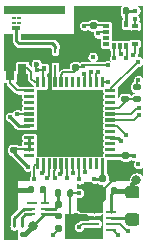
<source format=gbr>
%TF.GenerationSoftware,KiCad,Pcbnew,5.1.9-73d0e3b20d~88~ubuntu20.04.1*%
%TF.CreationDate,2022-04-15T22:34:28-04:00*%
%TF.ProjectId,ring,72696e67-2e6b-4696-9361-645f70636258,rev?*%
%TF.SameCoordinates,Original*%
%TF.FileFunction,Copper,L1,Top*%
%TF.FilePolarity,Positive*%
%FSLAX46Y46*%
G04 Gerber Fmt 4.6, Leading zero omitted, Abs format (unit mm)*
G04 Created by KiCad (PCBNEW 5.1.9-73d0e3b20d~88~ubuntu20.04.1) date 2022-04-15 22:34:28*
%MOMM*%
%LPD*%
G01*
G04 APERTURE LIST*
%TA.AperFunction,SMDPad,CuDef*%
%ADD10C,0.330000*%
%TD*%
%TA.AperFunction,SMDPad,CuDef*%
%ADD11R,0.736600X0.304800*%
%TD*%
%TA.AperFunction,SMDPad,CuDef*%
%ADD12R,0.300000X0.203200*%
%TD*%
%TA.AperFunction,SMDPad,CuDef*%
%ADD13R,0.812800X0.254000*%
%TD*%
%TA.AperFunction,SMDPad,CuDef*%
%ADD14R,0.850000X0.280000*%
%TD*%
%TA.AperFunction,SMDPad,CuDef*%
%ADD15R,0.750000X0.280000*%
%TD*%
%TA.AperFunction,SMDPad,CuDef*%
%ADD16R,0.576580X0.351536*%
%TD*%
%TA.AperFunction,SMDPad,CuDef*%
%ADD17R,0.351536X0.576580*%
%TD*%
%TA.AperFunction,SMDPad,CuDef*%
%ADD18R,0.750000X0.650000*%
%TD*%
%TA.AperFunction,SMDPad,CuDef*%
%ADD19R,0.203200X0.203200*%
%TD*%
%TA.AperFunction,SMDPad,CuDef*%
%ADD20R,5.600000X5.600000*%
%TD*%
%TA.AperFunction,ViaPad*%
%ADD21C,0.400000*%
%TD*%
%TA.AperFunction,ViaPad*%
%ADD22C,0.800000*%
%TD*%
%TA.AperFunction,Conductor*%
%ADD23C,0.200000*%
%TD*%
%TA.AperFunction,Conductor*%
%ADD24C,0.293370*%
%TD*%
%TA.AperFunction,Conductor*%
%ADD25C,0.150000*%
%TD*%
%TA.AperFunction,Conductor*%
%ADD26C,0.254000*%
%TD*%
%TA.AperFunction,Conductor*%
%ADD27C,0.400000*%
%TD*%
%TA.AperFunction,Conductor*%
%ADD28C,0.250000*%
%TD*%
%TA.AperFunction,Conductor*%
%ADD29C,0.090000*%
%TD*%
%TA.AperFunction,Conductor*%
%ADD30C,0.100000*%
%TD*%
G04 APERTURE END LIST*
%TO.P,C13,2*%
%TO.N,GND*%
%TA.AperFunction,SMDPad,CuDef*%
G36*
G01*
X70147000Y-30661000D02*
X69807000Y-30661000D01*
G75*
G02*
X69667000Y-30521000I0J140000D01*
G01*
X69667000Y-30241000D01*
G75*
G02*
X69807000Y-30101000I140000J0D01*
G01*
X70147000Y-30101000D01*
G75*
G02*
X70287000Y-30241000I0J-140000D01*
G01*
X70287000Y-30521000D01*
G75*
G02*
X70147000Y-30661000I-140000J0D01*
G01*
G37*
%TD.AperFunction*%
%TO.P,C13,1*%
%TO.N,+1V8*%
%TA.AperFunction,SMDPad,CuDef*%
G36*
G01*
X70147000Y-31621000D02*
X69807000Y-31621000D01*
G75*
G02*
X69667000Y-31481000I0J140000D01*
G01*
X69667000Y-31201000D01*
G75*
G02*
X69807000Y-31061000I140000J0D01*
G01*
X70147000Y-31061000D01*
G75*
G02*
X70287000Y-31201000I0J-140000D01*
G01*
X70287000Y-31481000D01*
G75*
G02*
X70147000Y-31621000I-140000J0D01*
G01*
G37*
%TD.AperFunction*%
%TD*%
%TO.P,C2,2*%
%TO.N,GND*%
%TA.AperFunction,SMDPad,CuDef*%
G36*
G01*
X71982000Y-23684400D02*
X71782000Y-23684400D01*
G75*
G02*
X71682000Y-23584400I0J100000D01*
G01*
X71682000Y-23324400D01*
G75*
G02*
X71782000Y-23224400I100000J0D01*
G01*
X71982000Y-23224400D01*
G75*
G02*
X72082000Y-23324400I0J-100000D01*
G01*
X72082000Y-23584400D01*
G75*
G02*
X71982000Y-23684400I-100000J0D01*
G01*
G37*
%TD.AperFunction*%
%TO.P,C2,1*%
%TO.N,+1V8*%
%TA.AperFunction,SMDPad,CuDef*%
G36*
G01*
X71982000Y-24324400D02*
X71782000Y-24324400D01*
G75*
G02*
X71682000Y-24224400I0J100000D01*
G01*
X71682000Y-23964400D01*
G75*
G02*
X71782000Y-23864400I100000J0D01*
G01*
X71982000Y-23864400D01*
G75*
G02*
X72082000Y-23964400I0J-100000D01*
G01*
X72082000Y-24224400D01*
G75*
G02*
X71982000Y-24324400I-100000J0D01*
G01*
G37*
%TD.AperFunction*%
%TD*%
%TO.P,C7,2*%
%TO.N,GND*%
%TA.AperFunction,SMDPad,CuDef*%
G36*
G01*
X72642400Y-24040000D02*
X72442400Y-24040000D01*
G75*
G02*
X72342400Y-23940000I0J100000D01*
G01*
X72342400Y-23680000D01*
G75*
G02*
X72442400Y-23580000I100000J0D01*
G01*
X72642400Y-23580000D01*
G75*
G02*
X72742400Y-23680000I0J-100000D01*
G01*
X72742400Y-23940000D01*
G75*
G02*
X72642400Y-24040000I-100000J0D01*
G01*
G37*
%TD.AperFunction*%
%TO.P,C7,1*%
%TO.N,+1V8*%
%TA.AperFunction,SMDPad,CuDef*%
G36*
G01*
X72642400Y-24680000D02*
X72442400Y-24680000D01*
G75*
G02*
X72342400Y-24580000I0J100000D01*
G01*
X72342400Y-24320000D01*
G75*
G02*
X72442400Y-24220000I100000J0D01*
G01*
X72642400Y-24220000D01*
G75*
G02*
X72742400Y-24320000I0J-100000D01*
G01*
X72742400Y-24580000D01*
G75*
G02*
X72642400Y-24680000I-100000J0D01*
G01*
G37*
%TD.AperFunction*%
%TD*%
D10*
%TO.P,Q1,3*%
%TO.N,/C_gate*%
X70012800Y-37780080D03*
%TO.P,Q1,2*%
%TO.N,GND*%
X70012800Y-38430080D03*
%TO.P,Q1,4*%
%TO.N,/D_gate*%
X70662800Y-37780080D03*
%TO.P,Q1,1*%
%TO.N,/CELL-*%
X70662800Y-38430080D03*
%TD*%
%TO.P,R4,2*%
%TO.N,GND*%
%TA.AperFunction,SMDPad,CuDef*%
G36*
G01*
X79585400Y-26277600D02*
X79215400Y-26277600D01*
G75*
G02*
X79080400Y-26142600I0J135000D01*
G01*
X79080400Y-25872600D01*
G75*
G02*
X79215400Y-25737600I135000J0D01*
G01*
X79585400Y-25737600D01*
G75*
G02*
X79720400Y-25872600I0J-135000D01*
G01*
X79720400Y-26142600D01*
G75*
G02*
X79585400Y-26277600I-135000J0D01*
G01*
G37*
%TD.AperFunction*%
%TO.P,R4,1*%
%TO.N,/BATT_LVL*%
%TA.AperFunction,SMDPad,CuDef*%
G36*
G01*
X79585400Y-27297600D02*
X79215400Y-27297600D01*
G75*
G02*
X79080400Y-27162600I0J135000D01*
G01*
X79080400Y-26892600D01*
G75*
G02*
X79215400Y-26757600I135000J0D01*
G01*
X79585400Y-26757600D01*
G75*
G02*
X79720400Y-26892600I0J-135000D01*
G01*
X79720400Y-27162600D01*
G75*
G02*
X79585400Y-27297600I-135000J0D01*
G01*
G37*
%TD.AperFunction*%
%TD*%
%TO.P,R3,2*%
%TO.N,/BATT_LVL*%
%TA.AperFunction,SMDPad,CuDef*%
G36*
G01*
X80231400Y-26757600D02*
X80601400Y-26757600D01*
G75*
G02*
X80736400Y-26892600I0J-135000D01*
G01*
X80736400Y-27162600D01*
G75*
G02*
X80601400Y-27297600I-135000J0D01*
G01*
X80231400Y-27297600D01*
G75*
G02*
X80096400Y-27162600I0J135000D01*
G01*
X80096400Y-26892600D01*
G75*
G02*
X80231400Y-26757600I135000J0D01*
G01*
G37*
%TD.AperFunction*%
%TO.P,R3,1*%
%TO.N,+BATT*%
%TA.AperFunction,SMDPad,CuDef*%
G36*
G01*
X80231400Y-25737600D02*
X80601400Y-25737600D01*
G75*
G02*
X80736400Y-25872600I0J-135000D01*
G01*
X80736400Y-26142600D01*
G75*
G02*
X80601400Y-26277600I-135000J0D01*
G01*
X80231400Y-26277600D01*
G75*
G02*
X80096400Y-26142600I0J135000D01*
G01*
X80096400Y-25872600D01*
G75*
G02*
X80231400Y-25737600I135000J0D01*
G01*
G37*
%TD.AperFunction*%
%TD*%
D11*
%TO.P,U3,1*%
%TO.N,/RAD_PLANE*%
X70205600Y-19659999D03*
D12*
%TO.P,U3,2*%
%TO.N,Net-(U3-Pad2)*%
X69990589Y-20150000D03*
%TO.P,U3,3*%
%TO.N,Net-(U3-Pad3)*%
X69990589Y-20550000D03*
D11*
%TO.P,U3,4*%
%TO.N,Net-(AE1-Pad1)*%
X70205600Y-21040001D03*
D12*
%TO.P,U3,5*%
%TO.N,Net-(U3-Pad5)*%
X70420611Y-20550000D03*
%TO.P,U3,6*%
%TO.N,Net-(U3-Pad6)*%
X70420611Y-20150000D03*
%TD*%
%TO.P,C12,2*%
%TO.N,/CELL-*%
%TA.AperFunction,SMDPad,CuDef*%
G36*
G01*
X73591600Y-36649000D02*
X73931600Y-36649000D01*
G75*
G02*
X74071600Y-36789000I0J-140000D01*
G01*
X74071600Y-37069000D01*
G75*
G02*
X73931600Y-37209000I-140000J0D01*
G01*
X73591600Y-37209000D01*
G75*
G02*
X73451600Y-37069000I0J140000D01*
G01*
X73451600Y-36789000D01*
G75*
G02*
X73591600Y-36649000I140000J0D01*
G01*
G37*
%TD.AperFunction*%
%TO.P,C12,1*%
%TO.N,Net-(C12-Pad1)*%
%TA.AperFunction,SMDPad,CuDef*%
G36*
G01*
X73591600Y-35689000D02*
X73931600Y-35689000D01*
G75*
G02*
X74071600Y-35829000I0J-140000D01*
G01*
X74071600Y-36109000D01*
G75*
G02*
X73931600Y-36249000I-140000J0D01*
G01*
X73591600Y-36249000D01*
G75*
G02*
X73451600Y-36109000I0J140000D01*
G01*
X73451600Y-35829000D01*
G75*
G02*
X73591600Y-35689000I140000J0D01*
G01*
G37*
%TD.AperFunction*%
%TD*%
%TO.P,R2,2*%
%TO.N,Net-(R2-Pad2)*%
%TA.AperFunction,SMDPad,CuDef*%
G36*
G01*
X72172800Y-34881400D02*
X72172800Y-34511400D01*
G75*
G02*
X72307800Y-34376400I135000J0D01*
G01*
X72577800Y-34376400D01*
G75*
G02*
X72712800Y-34511400I0J-135000D01*
G01*
X72712800Y-34881400D01*
G75*
G02*
X72577800Y-35016400I-135000J0D01*
G01*
X72307800Y-35016400D01*
G75*
G02*
X72172800Y-34881400I0J135000D01*
G01*
G37*
%TD.AperFunction*%
%TO.P,R2,1*%
%TO.N,GND*%
%TA.AperFunction,SMDPad,CuDef*%
G36*
G01*
X71152800Y-34881400D02*
X71152800Y-34511400D01*
G75*
G02*
X71287800Y-34376400I135000J0D01*
G01*
X71557800Y-34376400D01*
G75*
G02*
X71692800Y-34511400I0J-135000D01*
G01*
X71692800Y-34881400D01*
G75*
G02*
X71557800Y-35016400I-135000J0D01*
G01*
X71287800Y-35016400D01*
G75*
G02*
X71152800Y-34881400I0J135000D01*
G01*
G37*
%TD.AperFunction*%
%TD*%
%TO.P,R1,2*%
%TO.N,+BATT*%
%TA.AperFunction,SMDPad,CuDef*%
G36*
G01*
X74484200Y-35186200D02*
X74484200Y-34816200D01*
G75*
G02*
X74619200Y-34681200I135000J0D01*
G01*
X74889200Y-34681200D01*
G75*
G02*
X75024200Y-34816200I0J-135000D01*
G01*
X75024200Y-35186200D01*
G75*
G02*
X74889200Y-35321200I-135000J0D01*
G01*
X74619200Y-35321200D01*
G75*
G02*
X74484200Y-35186200I0J135000D01*
G01*
G37*
%TD.AperFunction*%
%TO.P,R1,1*%
%TO.N,Net-(C12-Pad1)*%
%TA.AperFunction,SMDPad,CuDef*%
G36*
G01*
X73464200Y-35186200D02*
X73464200Y-34816200D01*
G75*
G02*
X73599200Y-34681200I135000J0D01*
G01*
X73869200Y-34681200D01*
G75*
G02*
X74004200Y-34816200I0J-135000D01*
G01*
X74004200Y-35186200D01*
G75*
G02*
X73869200Y-35321200I-135000J0D01*
G01*
X73599200Y-35321200D01*
G75*
G02*
X73464200Y-35186200I0J135000D01*
G01*
G37*
%TD.AperFunction*%
%TD*%
%TO.P,C4,2*%
%TO.N,GND*%
%TA.AperFunction,SMDPad,CuDef*%
G36*
G01*
X77778000Y-34628000D02*
X77778000Y-34968000D01*
G75*
G02*
X77638000Y-35108000I-140000J0D01*
G01*
X77358000Y-35108000D01*
G75*
G02*
X77218000Y-34968000I0J140000D01*
G01*
X77218000Y-34628000D01*
G75*
G02*
X77358000Y-34488000I140000J0D01*
G01*
X77638000Y-34488000D01*
G75*
G02*
X77778000Y-34628000I0J-140000D01*
G01*
G37*
%TD.AperFunction*%
%TO.P,C4,1*%
%TO.N,+1V8*%
%TA.AperFunction,SMDPad,CuDef*%
G36*
G01*
X78738000Y-34628000D02*
X78738000Y-34968000D01*
G75*
G02*
X78598000Y-35108000I-140000J0D01*
G01*
X78318000Y-35108000D01*
G75*
G02*
X78178000Y-34968000I0J140000D01*
G01*
X78178000Y-34628000D01*
G75*
G02*
X78318000Y-34488000I140000J0D01*
G01*
X78598000Y-34488000D01*
G75*
G02*
X78738000Y-34628000I0J-140000D01*
G01*
G37*
%TD.AperFunction*%
%TD*%
D13*
%TO.P,U5,1*%
%TO.N,GND*%
X76771500Y-36587999D03*
%TO.P,U5,2*%
%TO.N,+BATT*%
X76771500Y-37088000D03*
%TO.P,U5,3*%
%TO.N,/TPS_MODE*%
X76771500Y-37588000D03*
%TO.P,U5,4*%
%TO.N,+BATT*%
X76771500Y-38088001D03*
%TO.P,U5,5*%
%TO.N,GND*%
X78168500Y-38088001D03*
%TO.P,U5,6*%
%TO.N,/TPS_STOP*%
X78168500Y-37588000D03*
%TO.P,U5,7*%
%TO.N,Net-(L3-Pad1)*%
X78168500Y-37088000D03*
%TO.P,U5,8*%
%TO.N,+1V8*%
X78168500Y-36587999D03*
%TD*%
%TO.P,L3,2*%
%TO.N,+1V8*%
%TA.AperFunction,SMDPad,CuDef*%
G36*
G01*
X80360001Y-35443000D02*
X79659999Y-35443000D01*
G75*
G02*
X79410000Y-35193001I0J249999D01*
G01*
X79410000Y-34642999D01*
G75*
G02*
X79659999Y-34393000I249999J0D01*
G01*
X80360001Y-34393000D01*
G75*
G02*
X80610000Y-34642999I0J-249999D01*
G01*
X80610000Y-35193001D01*
G75*
G02*
X80360001Y-35443000I-249999J0D01*
G01*
G37*
%TD.AperFunction*%
%TO.P,L3,1*%
%TO.N,Net-(L3-Pad1)*%
%TA.AperFunction,SMDPad,CuDef*%
G36*
G01*
X80360001Y-37743000D02*
X79659999Y-37743000D01*
G75*
G02*
X79410000Y-37493001I0J249999D01*
G01*
X79410000Y-36942999D01*
G75*
G02*
X79659999Y-36693000I249999J0D01*
G01*
X80360001Y-36693000D01*
G75*
G02*
X80610000Y-36942999I0J-249999D01*
G01*
X80610000Y-37493001D01*
G75*
G02*
X80360001Y-37743000I-249999J0D01*
G01*
G37*
%TD.AperFunction*%
%TD*%
%TO.P,C3,2*%
%TO.N,GND*%
%TA.AperFunction,SMDPad,CuDef*%
G36*
G01*
X74069600Y-37803000D02*
X74069600Y-38143000D01*
G75*
G02*
X73929600Y-38283000I-140000J0D01*
G01*
X73649600Y-38283000D01*
G75*
G02*
X73509600Y-38143000I0J140000D01*
G01*
X73509600Y-37803000D01*
G75*
G02*
X73649600Y-37663000I140000J0D01*
G01*
X73929600Y-37663000D01*
G75*
G02*
X74069600Y-37803000I0J-140000D01*
G01*
G37*
%TD.AperFunction*%
%TO.P,C3,1*%
%TO.N,+BATT*%
%TA.AperFunction,SMDPad,CuDef*%
G36*
G01*
X75029600Y-37803000D02*
X75029600Y-38143000D01*
G75*
G02*
X74889600Y-38283000I-140000J0D01*
G01*
X74609600Y-38283000D01*
G75*
G02*
X74469600Y-38143000I0J140000D01*
G01*
X74469600Y-37803000D01*
G75*
G02*
X74609600Y-37663000I140000J0D01*
G01*
X74889600Y-37663000D01*
G75*
G02*
X75029600Y-37803000I0J-140000D01*
G01*
G37*
%TD.AperFunction*%
%TD*%
D14*
%TO.P,U4,1*%
%TO.N,Net-(U4-Pad1)*%
X71484000Y-35796600D03*
D15*
%TO.P,U4,2*%
%TO.N,/C_gate*%
X71434000Y-36296600D03*
%TO.P,U4,3*%
%TO.N,/D_gate*%
X71434000Y-36796600D03*
%TO.P,U4,4*%
%TO.N,/CELL-*%
X72584000Y-36796600D03*
%TO.P,U4,5*%
%TO.N,Net-(C12-Pad1)*%
X72584000Y-36296600D03*
%TO.P,U4,6*%
%TO.N,Net-(R2-Pad2)*%
X72584000Y-35796600D03*
%TD*%
%TO.P,C11,2*%
%TO.N,GND*%
%TA.AperFunction,SMDPad,CuDef*%
G36*
G01*
X78794000Y-19388000D02*
X78794000Y-19728000D01*
G75*
G02*
X78654000Y-19868000I-140000J0D01*
G01*
X78374000Y-19868000D01*
G75*
G02*
X78234000Y-19728000I0J140000D01*
G01*
X78234000Y-19388000D01*
G75*
G02*
X78374000Y-19248000I140000J0D01*
G01*
X78654000Y-19248000D01*
G75*
G02*
X78794000Y-19388000I0J-140000D01*
G01*
G37*
%TD.AperFunction*%
%TO.P,C11,1*%
%TO.N,+1V8*%
%TA.AperFunction,SMDPad,CuDef*%
G36*
G01*
X79754000Y-19388000D02*
X79754000Y-19728000D01*
G75*
G02*
X79614000Y-19868000I-140000J0D01*
G01*
X79334000Y-19868000D01*
G75*
G02*
X79194000Y-19728000I0J140000D01*
G01*
X79194000Y-19388000D01*
G75*
G02*
X79334000Y-19248000I140000J0D01*
G01*
X79614000Y-19248000D01*
G75*
G02*
X79754000Y-19388000I0J-140000D01*
G01*
G37*
%TD.AperFunction*%
%TD*%
%TO.P,C10,2*%
%TO.N,GND*%
%TA.AperFunction,SMDPad,CuDef*%
G36*
G01*
X76878000Y-20120000D02*
X76538000Y-20120000D01*
G75*
G02*
X76398000Y-19980000I0J140000D01*
G01*
X76398000Y-19700000D01*
G75*
G02*
X76538000Y-19560000I140000J0D01*
G01*
X76878000Y-19560000D01*
G75*
G02*
X77018000Y-19700000I0J-140000D01*
G01*
X77018000Y-19980000D01*
G75*
G02*
X76878000Y-20120000I-140000J0D01*
G01*
G37*
%TD.AperFunction*%
%TO.P,C10,1*%
%TO.N,+1V8*%
%TA.AperFunction,SMDPad,CuDef*%
G36*
G01*
X76878000Y-21080000D02*
X76538000Y-21080000D01*
G75*
G02*
X76398000Y-20940000I0J140000D01*
G01*
X76398000Y-20660000D01*
G75*
G02*
X76538000Y-20520000I140000J0D01*
G01*
X76878000Y-20520000D01*
G75*
G02*
X77018000Y-20660000I0J-140000D01*
G01*
X77018000Y-20940000D01*
G75*
G02*
X76878000Y-21080000I-140000J0D01*
G01*
G37*
%TD.AperFunction*%
%TD*%
%TO.P,C6,2*%
%TO.N,GND*%
%TA.AperFunction,SMDPad,CuDef*%
G36*
G01*
X75354000Y-23676000D02*
X75014000Y-23676000D01*
G75*
G02*
X74874000Y-23536000I0J140000D01*
G01*
X74874000Y-23256000D01*
G75*
G02*
X75014000Y-23116000I140000J0D01*
G01*
X75354000Y-23116000D01*
G75*
G02*
X75494000Y-23256000I0J-140000D01*
G01*
X75494000Y-23536000D01*
G75*
G02*
X75354000Y-23676000I-140000J0D01*
G01*
G37*
%TD.AperFunction*%
%TO.P,C6,1*%
%TO.N,+1V8*%
%TA.AperFunction,SMDPad,CuDef*%
G36*
G01*
X75354000Y-24636000D02*
X75014000Y-24636000D01*
G75*
G02*
X74874000Y-24496000I0J140000D01*
G01*
X74874000Y-24216000D01*
G75*
G02*
X75014000Y-24076000I140000J0D01*
G01*
X75354000Y-24076000D01*
G75*
G02*
X75494000Y-24216000I0J-140000D01*
G01*
X75494000Y-24496000D01*
G75*
G02*
X75354000Y-24636000I-140000J0D01*
G01*
G37*
%TD.AperFunction*%
%TD*%
%TO.P,C5,2*%
%TO.N,GND*%
%TA.AperFunction,SMDPad,CuDef*%
G36*
G01*
X78178000Y-33926600D02*
X78178000Y-33586600D01*
G75*
G02*
X78318000Y-33446600I140000J0D01*
G01*
X78598000Y-33446600D01*
G75*
G02*
X78738000Y-33586600I0J-140000D01*
G01*
X78738000Y-33926600D01*
G75*
G02*
X78598000Y-34066600I-140000J0D01*
G01*
X78318000Y-34066600D01*
G75*
G02*
X78178000Y-33926600I0J140000D01*
G01*
G37*
%TD.AperFunction*%
%TO.P,C5,1*%
%TO.N,+1V8*%
%TA.AperFunction,SMDPad,CuDef*%
G36*
G01*
X77218000Y-33926600D02*
X77218000Y-33586600D01*
G75*
G02*
X77358000Y-33446600I140000J0D01*
G01*
X77638000Y-33446600D01*
G75*
G02*
X77778000Y-33586600I0J-140000D01*
G01*
X77778000Y-33926600D01*
G75*
G02*
X77638000Y-34066600I-140000J0D01*
G01*
X77358000Y-34066600D01*
G75*
G02*
X77218000Y-33926600I0J140000D01*
G01*
G37*
%TD.AperFunction*%
%TD*%
%TO.P,C1,2*%
%TO.N,GND*%
%TA.AperFunction,SMDPad,CuDef*%
G36*
G01*
X79255800Y-32483400D02*
X79595800Y-32483400D01*
G75*
G02*
X79735800Y-32623400I0J-140000D01*
G01*
X79735800Y-32903400D01*
G75*
G02*
X79595800Y-33043400I-140000J0D01*
G01*
X79255800Y-33043400D01*
G75*
G02*
X79115800Y-32903400I0J140000D01*
G01*
X79115800Y-32623400D01*
G75*
G02*
X79255800Y-32483400I140000J0D01*
G01*
G37*
%TD.AperFunction*%
%TO.P,C1,1*%
%TO.N,+1V8*%
%TA.AperFunction,SMDPad,CuDef*%
G36*
G01*
X79255800Y-31523400D02*
X79595800Y-31523400D01*
G75*
G02*
X79735800Y-31663400I0J-140000D01*
G01*
X79735800Y-31943400D01*
G75*
G02*
X79595800Y-32083400I-140000J0D01*
G01*
X79255800Y-32083400D01*
G75*
G02*
X79115800Y-31943400I0J140000D01*
G01*
X79115800Y-31663400D01*
G75*
G02*
X79255800Y-31523400I140000J0D01*
G01*
G37*
%TD.AperFunction*%
%TD*%
D16*
%TO.P,U2,1*%
%TO.N,/MISO*%
X80204300Y-22340001D03*
%TO.P,U2,2*%
%TO.N,GND*%
X80204300Y-21840000D03*
%TO.P,U2,3*%
X80204300Y-21340000D03*
%TO.P,U2,4*%
%TO.N,/LSM_INT1*%
X80204300Y-20839999D03*
D17*
%TO.P,U2,5*%
%TO.N,+1V8*%
X79493999Y-20633700D03*
%TO.P,U2,6*%
%TO.N,GND*%
X78994000Y-20633700D03*
%TO.P,U2,7*%
X78494001Y-20633700D03*
D16*
%TO.P,U2,8*%
%TO.N,+1V8*%
X77783700Y-20839999D03*
%TO.P,U2,9*%
%TO.N,/LSM_INT2*%
X77783700Y-21340000D03*
%TO.P,U2,10*%
%TO.N,Net-(U2-Pad10)*%
X77783700Y-21840000D03*
%TO.P,U2,11*%
%TO.N,Net-(U2-Pad11)*%
X77783700Y-22340001D03*
D17*
%TO.P,U2,12*%
%TO.N,/CS*%
X78494001Y-22546300D03*
%TO.P,U2,13*%
%TO.N,/SCK*%
X78994000Y-22546300D03*
%TO.P,U2,14*%
%TO.N,/MOSI*%
X79493999Y-22546300D03*
%TD*%
D18*
%TO.P,Y1,4*%
%TO.N,GND*%
X69629800Y-24364600D03*
%TO.P,Y1,3*%
%TO.N,Net-(U1-Pad24)*%
X70679800Y-24364600D03*
%TO.P,Y1,1*%
%TO.N,Net-(U1-Pad25)*%
X69629800Y-25114600D03*
%TO.P,Y1,2*%
%TO.N,GND*%
X70679800Y-25114600D03*
%TD*%
D19*
%TO.P,AE1,1*%
%TO.N,Net-(AE1-Pad1)*%
X73470000Y-23035001D03*
%TO.P,AE1,2*%
%TO.N,GND*%
X73470000Y-23622000D03*
%TO.P,AE1,3*%
%TO.N,/RF1*%
X73470000Y-24208999D03*
%TO.P,AE1,4*%
%TO.N,GND*%
X73978000Y-24208999D03*
%TO.P,AE1,5*%
X73978000Y-23622000D03*
%TO.P,AE1,6*%
X73978000Y-23035001D03*
%TD*%
%TO.P,U1,13*%
%TO.N,/BTN_0*%
%TA.AperFunction,SMDPad,CuDef*%
G36*
G01*
X77347100Y-25185000D02*
X77600900Y-25185000D01*
G75*
G02*
X77609000Y-25193100I0J-8100D01*
G01*
X77609000Y-26036900D01*
G75*
G02*
X77600900Y-26045000I-8100J0D01*
G01*
X77347100Y-26045000D01*
G75*
G02*
X77339000Y-26036900I0J8100D01*
G01*
X77339000Y-25193100D01*
G75*
G02*
X77347100Y-25185000I8100J0D01*
G01*
G37*
%TD.AperFunction*%
%TO.P,U1,14*%
%TO.N,/BTN_1*%
%TA.AperFunction,SMDPad,CuDef*%
G36*
G01*
X76847100Y-25185000D02*
X77100900Y-25185000D01*
G75*
G02*
X77109000Y-25193100I0J-8100D01*
G01*
X77109000Y-26036900D01*
G75*
G02*
X77100900Y-26045000I-8100J0D01*
G01*
X76847100Y-26045000D01*
G75*
G02*
X76839000Y-26036900I0J8100D01*
G01*
X76839000Y-25193100D01*
G75*
G02*
X76847100Y-25185000I8100J0D01*
G01*
G37*
%TD.AperFunction*%
%TO.P,U1,15*%
%TO.N,/BTN_2*%
%TA.AperFunction,SMDPad,CuDef*%
G36*
G01*
X76347100Y-25185000D02*
X76600900Y-25185000D01*
G75*
G02*
X76609000Y-25193100I0J-8100D01*
G01*
X76609000Y-26036900D01*
G75*
G02*
X76600900Y-26045000I-8100J0D01*
G01*
X76347100Y-26045000D01*
G75*
G02*
X76339000Y-26036900I0J8100D01*
G01*
X76339000Y-25193100D01*
G75*
G02*
X76347100Y-25185000I8100J0D01*
G01*
G37*
%TD.AperFunction*%
%TO.P,U1,16*%
%TO.N,/BTN_3*%
%TA.AperFunction,SMDPad,CuDef*%
G36*
G01*
X75847100Y-25185000D02*
X76100900Y-25185000D01*
G75*
G02*
X76109000Y-25193100I0J-8100D01*
G01*
X76109000Y-26036900D01*
G75*
G02*
X76100900Y-26045000I-8100J0D01*
G01*
X75847100Y-26045000D01*
G75*
G02*
X75839000Y-26036900I0J8100D01*
G01*
X75839000Y-25193100D01*
G75*
G02*
X75847100Y-25185000I8100J0D01*
G01*
G37*
%TD.AperFunction*%
%TO.P,U1,17*%
%TO.N,Net-(U1-Pad17)*%
%TA.AperFunction,SMDPad,CuDef*%
G36*
G01*
X75347100Y-25185000D02*
X75600900Y-25185000D01*
G75*
G02*
X75609000Y-25193100I0J-8100D01*
G01*
X75609000Y-26036900D01*
G75*
G02*
X75600900Y-26045000I-8100J0D01*
G01*
X75347100Y-26045000D01*
G75*
G02*
X75339000Y-26036900I0J8100D01*
G01*
X75339000Y-25193100D01*
G75*
G02*
X75347100Y-25185000I8100J0D01*
G01*
G37*
%TD.AperFunction*%
%TO.P,U1,18*%
%TO.N,Net-(U1-Pad18)*%
%TA.AperFunction,SMDPad,CuDef*%
G36*
G01*
X74847100Y-25185000D02*
X75100900Y-25185000D01*
G75*
G02*
X75109000Y-25193100I0J-8100D01*
G01*
X75109000Y-26036900D01*
G75*
G02*
X75100900Y-26045000I-8100J0D01*
G01*
X74847100Y-26045000D01*
G75*
G02*
X74839000Y-26036900I0J8100D01*
G01*
X74839000Y-25193100D01*
G75*
G02*
X74847100Y-25185000I8100J0D01*
G01*
G37*
%TD.AperFunction*%
%TO.P,U1,19*%
%TO.N,Net-(U1-Pad19)*%
%TA.AperFunction,SMDPad,CuDef*%
G36*
G01*
X74347100Y-25185000D02*
X74600900Y-25185000D01*
G75*
G02*
X74609000Y-25193100I0J-8100D01*
G01*
X74609000Y-26036900D01*
G75*
G02*
X74600900Y-26045000I-8100J0D01*
G01*
X74347100Y-26045000D01*
G75*
G02*
X74339000Y-26036900I0J8100D01*
G01*
X74339000Y-25193100D01*
G75*
G02*
X74347100Y-25185000I8100J0D01*
G01*
G37*
%TD.AperFunction*%
%TO.P,U1,20*%
%TO.N,+1V8*%
%TA.AperFunction,SMDPad,CuDef*%
G36*
G01*
X73847100Y-25185000D02*
X74100900Y-25185000D01*
G75*
G02*
X74109000Y-25193100I0J-8100D01*
G01*
X74109000Y-26036900D01*
G75*
G02*
X74100900Y-26045000I-8100J0D01*
G01*
X73847100Y-26045000D01*
G75*
G02*
X73839000Y-26036900I0J8100D01*
G01*
X73839000Y-25193100D01*
G75*
G02*
X73847100Y-25185000I8100J0D01*
G01*
G37*
%TD.AperFunction*%
%TO.P,U1,21*%
%TO.N,/RF1*%
%TA.AperFunction,SMDPad,CuDef*%
G36*
G01*
X73347100Y-25185000D02*
X73600900Y-25185000D01*
G75*
G02*
X73609000Y-25193100I0J-8100D01*
G01*
X73609000Y-26036900D01*
G75*
G02*
X73600900Y-26045000I-8100J0D01*
G01*
X73347100Y-26045000D01*
G75*
G02*
X73339000Y-26036900I0J8100D01*
G01*
X73339000Y-25193100D01*
G75*
G02*
X73347100Y-25185000I8100J0D01*
G01*
G37*
%TD.AperFunction*%
%TO.P,U1,22*%
%TO.N,GND*%
%TA.AperFunction,SMDPad,CuDef*%
G36*
G01*
X72847100Y-25185000D02*
X73100900Y-25185000D01*
G75*
G02*
X73109000Y-25193100I0J-8100D01*
G01*
X73109000Y-26036900D01*
G75*
G02*
X73100900Y-26045000I-8100J0D01*
G01*
X72847100Y-26045000D01*
G75*
G02*
X72839000Y-26036900I0J8100D01*
G01*
X72839000Y-25193100D01*
G75*
G02*
X72847100Y-25185000I8100J0D01*
G01*
G37*
%TD.AperFunction*%
%TO.P,U1,23*%
%TO.N,+1V8*%
%TA.AperFunction,SMDPad,CuDef*%
G36*
G01*
X72347100Y-25185000D02*
X72600900Y-25185000D01*
G75*
G02*
X72609000Y-25193100I0J-8100D01*
G01*
X72609000Y-26036900D01*
G75*
G02*
X72600900Y-26045000I-8100J0D01*
G01*
X72347100Y-26045000D01*
G75*
G02*
X72339000Y-26036900I0J8100D01*
G01*
X72339000Y-25193100D01*
G75*
G02*
X72347100Y-25185000I8100J0D01*
G01*
G37*
%TD.AperFunction*%
%TO.P,U1,24*%
%TO.N,Net-(U1-Pad24)*%
%TA.AperFunction,SMDPad,CuDef*%
G36*
G01*
X71847100Y-25185000D02*
X72100900Y-25185000D01*
G75*
G02*
X72109000Y-25193100I0J-8100D01*
G01*
X72109000Y-26036900D01*
G75*
G02*
X72100900Y-26045000I-8100J0D01*
G01*
X71847100Y-26045000D01*
G75*
G02*
X71839000Y-26036900I0J8100D01*
G01*
X71839000Y-25193100D01*
G75*
G02*
X71847100Y-25185000I8100J0D01*
G01*
G37*
%TD.AperFunction*%
%TO.P,U1,37*%
%TO.N,/TPS_MODE*%
%TA.AperFunction,SMDPad,CuDef*%
G36*
G01*
X71847100Y-32055000D02*
X72100900Y-32055000D01*
G75*
G02*
X72109000Y-32063100I0J-8100D01*
G01*
X72109000Y-32906900D01*
G75*
G02*
X72100900Y-32915000I-8100J0D01*
G01*
X71847100Y-32915000D01*
G75*
G02*
X71839000Y-32906900I0J8100D01*
G01*
X71839000Y-32063100D01*
G75*
G02*
X71847100Y-32055000I8100J0D01*
G01*
G37*
%TD.AperFunction*%
%TO.P,U1,38*%
%TO.N,/TPS_STOP*%
%TA.AperFunction,SMDPad,CuDef*%
G36*
G01*
X72347100Y-32055000D02*
X72600900Y-32055000D01*
G75*
G02*
X72609000Y-32063100I0J-8100D01*
G01*
X72609000Y-32906900D01*
G75*
G02*
X72600900Y-32915000I-8100J0D01*
G01*
X72347100Y-32915000D01*
G75*
G02*
X72339000Y-32906900I0J8100D01*
G01*
X72339000Y-32063100D01*
G75*
G02*
X72347100Y-32055000I8100J0D01*
G01*
G37*
%TD.AperFunction*%
%TO.P,U1,39*%
%TO.N,/SWDIO*%
%TA.AperFunction,SMDPad,CuDef*%
G36*
G01*
X72847100Y-32055000D02*
X73100900Y-32055000D01*
G75*
G02*
X73109000Y-32063100I0J-8100D01*
G01*
X73109000Y-32906900D01*
G75*
G02*
X73100900Y-32915000I-8100J0D01*
G01*
X72847100Y-32915000D01*
G75*
G02*
X72839000Y-32906900I0J8100D01*
G01*
X72839000Y-32063100D01*
G75*
G02*
X72847100Y-32055000I8100J0D01*
G01*
G37*
%TD.AperFunction*%
%TO.P,U1,40*%
%TO.N,+1V8*%
%TA.AperFunction,SMDPad,CuDef*%
G36*
G01*
X73347100Y-32055000D02*
X73600900Y-32055000D01*
G75*
G02*
X73609000Y-32063100I0J-8100D01*
G01*
X73609000Y-32906900D01*
G75*
G02*
X73600900Y-32915000I-8100J0D01*
G01*
X73347100Y-32915000D01*
G75*
G02*
X73339000Y-32906900I0J8100D01*
G01*
X73339000Y-32063100D01*
G75*
G02*
X73347100Y-32055000I8100J0D01*
G01*
G37*
%TD.AperFunction*%
%TO.P,U1,41*%
%TO.N,/SWCLK*%
%TA.AperFunction,SMDPad,CuDef*%
G36*
G01*
X73847100Y-32055000D02*
X74100900Y-32055000D01*
G75*
G02*
X74109000Y-32063100I0J-8100D01*
G01*
X74109000Y-32906900D01*
G75*
G02*
X74100900Y-32915000I-8100J0D01*
G01*
X73847100Y-32915000D01*
G75*
G02*
X73839000Y-32906900I0J8100D01*
G01*
X73839000Y-32063100D01*
G75*
G02*
X73847100Y-32055000I8100J0D01*
G01*
G37*
%TD.AperFunction*%
%TO.P,U1,42*%
%TO.N,/CS*%
%TA.AperFunction,SMDPad,CuDef*%
G36*
G01*
X74347100Y-32055000D02*
X74600900Y-32055000D01*
G75*
G02*
X74609000Y-32063100I0J-8100D01*
G01*
X74609000Y-32906900D01*
G75*
G02*
X74600900Y-32915000I-8100J0D01*
G01*
X74347100Y-32915000D01*
G75*
G02*
X74339000Y-32906900I0J8100D01*
G01*
X74339000Y-32063100D01*
G75*
G02*
X74347100Y-32055000I8100J0D01*
G01*
G37*
%TD.AperFunction*%
%TO.P,U1,43*%
%TO.N,/SCK*%
%TA.AperFunction,SMDPad,CuDef*%
G36*
G01*
X74847100Y-32055000D02*
X75100900Y-32055000D01*
G75*
G02*
X75109000Y-32063100I0J-8100D01*
G01*
X75109000Y-32906900D01*
G75*
G02*
X75100900Y-32915000I-8100J0D01*
G01*
X74847100Y-32915000D01*
G75*
G02*
X74839000Y-32906900I0J8100D01*
G01*
X74839000Y-32063100D01*
G75*
G02*
X74847100Y-32055000I8100J0D01*
G01*
G37*
%TD.AperFunction*%
%TO.P,U1,44*%
%TO.N,/MISO*%
%TA.AperFunction,SMDPad,CuDef*%
G36*
G01*
X75347100Y-32055000D02*
X75600900Y-32055000D01*
G75*
G02*
X75609000Y-32063100I0J-8100D01*
G01*
X75609000Y-32906900D01*
G75*
G02*
X75600900Y-32915000I-8100J0D01*
G01*
X75347100Y-32915000D01*
G75*
G02*
X75339000Y-32906900I0J8100D01*
G01*
X75339000Y-32063100D01*
G75*
G02*
X75347100Y-32055000I8100J0D01*
G01*
G37*
%TD.AperFunction*%
%TO.P,U1,45*%
%TO.N,/MOSI*%
%TA.AperFunction,SMDPad,CuDef*%
G36*
G01*
X75847100Y-32055000D02*
X76100900Y-32055000D01*
G75*
G02*
X76109000Y-32063100I0J-8100D01*
G01*
X76109000Y-32906900D01*
G75*
G02*
X76100900Y-32915000I-8100J0D01*
G01*
X75847100Y-32915000D01*
G75*
G02*
X75839000Y-32906900I0J8100D01*
G01*
X75839000Y-32063100D01*
G75*
G02*
X75847100Y-32055000I8100J0D01*
G01*
G37*
%TD.AperFunction*%
%TO.P,U1,46*%
%TO.N,Net-(U1-Pad46)*%
%TA.AperFunction,SMDPad,CuDef*%
G36*
G01*
X76347100Y-32055000D02*
X76600900Y-32055000D01*
G75*
G02*
X76609000Y-32063100I0J-8100D01*
G01*
X76609000Y-32906900D01*
G75*
G02*
X76600900Y-32915000I-8100J0D01*
G01*
X76347100Y-32915000D01*
G75*
G02*
X76339000Y-32906900I0J8100D01*
G01*
X76339000Y-32063100D01*
G75*
G02*
X76347100Y-32055000I8100J0D01*
G01*
G37*
%TD.AperFunction*%
%TO.P,U1,47*%
%TO.N,Net-(U1-Pad47)*%
%TA.AperFunction,SMDPad,CuDef*%
G36*
G01*
X76847100Y-32055000D02*
X77100900Y-32055000D01*
G75*
G02*
X77109000Y-32063100I0J-8100D01*
G01*
X77109000Y-32906900D01*
G75*
G02*
X77100900Y-32915000I-8100J0D01*
G01*
X76847100Y-32915000D01*
G75*
G02*
X76839000Y-32906900I0J8100D01*
G01*
X76839000Y-32063100D01*
G75*
G02*
X76847100Y-32055000I8100J0D01*
G01*
G37*
%TD.AperFunction*%
%TO.P,U1,48*%
%TO.N,+1V8*%
%TA.AperFunction,SMDPad,CuDef*%
G36*
G01*
X77347100Y-32055000D02*
X77600900Y-32055000D01*
G75*
G02*
X77609000Y-32063100I0J-8100D01*
G01*
X77609000Y-32906900D01*
G75*
G02*
X77600900Y-32915000I-8100J0D01*
G01*
X77347100Y-32915000D01*
G75*
G02*
X77339000Y-32906900I0J8100D01*
G01*
X77339000Y-32063100D01*
G75*
G02*
X77347100Y-32055000I8100J0D01*
G01*
G37*
%TD.AperFunction*%
%TO.P,U1,1*%
%TA.AperFunction,SMDPad,CuDef*%
G36*
G01*
X78589000Y-31673100D02*
X78589000Y-31926900D01*
G75*
G02*
X78580900Y-31935000I-8100J0D01*
G01*
X77737100Y-31935000D01*
G75*
G02*
X77729000Y-31926900I0J8100D01*
G01*
X77729000Y-31673100D01*
G75*
G02*
X77737100Y-31665000I8100J0D01*
G01*
X78580900Y-31665000D01*
G75*
G02*
X78589000Y-31673100I0J-8100D01*
G01*
G37*
%TD.AperFunction*%
%TO.P,U1,2*%
%TO.N,Net-(U1-Pad2)*%
%TA.AperFunction,SMDPad,CuDef*%
G36*
G01*
X78589000Y-31173100D02*
X78589000Y-31426900D01*
G75*
G02*
X78580900Y-31435000I-8100J0D01*
G01*
X77737100Y-31435000D01*
G75*
G02*
X77729000Y-31426900I0J8100D01*
G01*
X77729000Y-31173100D01*
G75*
G02*
X77737100Y-31165000I8100J0D01*
G01*
X78580900Y-31165000D01*
G75*
G02*
X78589000Y-31173100I0J-8100D01*
G01*
G37*
%TD.AperFunction*%
%TO.P,U1,3*%
%TO.N,Net-(U1-Pad3)*%
%TA.AperFunction,SMDPad,CuDef*%
G36*
G01*
X78589000Y-30673100D02*
X78589000Y-30926900D01*
G75*
G02*
X78580900Y-30935000I-8100J0D01*
G01*
X77737100Y-30935000D01*
G75*
G02*
X77729000Y-30926900I0J8100D01*
G01*
X77729000Y-30673100D01*
G75*
G02*
X77737100Y-30665000I8100J0D01*
G01*
X78580900Y-30665000D01*
G75*
G02*
X78589000Y-30673100I0J-8100D01*
G01*
G37*
%TD.AperFunction*%
%TO.P,U1,4*%
%TO.N,/BOOT0*%
%TA.AperFunction,SMDPad,CuDef*%
G36*
G01*
X78589000Y-30173100D02*
X78589000Y-30426900D01*
G75*
G02*
X78580900Y-30435000I-8100J0D01*
G01*
X77737100Y-30435000D01*
G75*
G02*
X77729000Y-30426900I0J8100D01*
G01*
X77729000Y-30173100D01*
G75*
G02*
X77737100Y-30165000I8100J0D01*
G01*
X78580900Y-30165000D01*
G75*
G02*
X78589000Y-30173100I0J-8100D01*
G01*
G37*
%TD.AperFunction*%
%TO.P,U1,5*%
%TO.N,Net-(U1-Pad5)*%
%TA.AperFunction,SMDPad,CuDef*%
G36*
G01*
X78589000Y-29673100D02*
X78589000Y-29926900D01*
G75*
G02*
X78580900Y-29935000I-8100J0D01*
G01*
X77737100Y-29935000D01*
G75*
G02*
X77729000Y-29926900I0J8100D01*
G01*
X77729000Y-29673100D01*
G75*
G02*
X77737100Y-29665000I8100J0D01*
G01*
X78580900Y-29665000D01*
G75*
G02*
X78589000Y-29673100I0J-8100D01*
G01*
G37*
%TD.AperFunction*%
%TO.P,U1,6*%
%TO.N,/LED_1*%
%TA.AperFunction,SMDPad,CuDef*%
G36*
G01*
X78589000Y-29173100D02*
X78589000Y-29426900D01*
G75*
G02*
X78580900Y-29435000I-8100J0D01*
G01*
X77737100Y-29435000D01*
G75*
G02*
X77729000Y-29426900I0J8100D01*
G01*
X77729000Y-29173100D01*
G75*
G02*
X77737100Y-29165000I8100J0D01*
G01*
X78580900Y-29165000D01*
G75*
G02*
X78589000Y-29173100I0J-8100D01*
G01*
G37*
%TD.AperFunction*%
%TO.P,U1,7*%
%TO.N,/NRST*%
%TA.AperFunction,SMDPad,CuDef*%
G36*
G01*
X78589000Y-28673100D02*
X78589000Y-28926900D01*
G75*
G02*
X78580900Y-28935000I-8100J0D01*
G01*
X77737100Y-28935000D01*
G75*
G02*
X77729000Y-28926900I0J8100D01*
G01*
X77729000Y-28673100D01*
G75*
G02*
X77737100Y-28665000I8100J0D01*
G01*
X78580900Y-28665000D01*
G75*
G02*
X78589000Y-28673100I0J-8100D01*
G01*
G37*
%TD.AperFunction*%
%TO.P,U1,8*%
%TO.N,+1V8*%
%TA.AperFunction,SMDPad,CuDef*%
G36*
G01*
X78589000Y-28173100D02*
X78589000Y-28426900D01*
G75*
G02*
X78580900Y-28435000I-8100J0D01*
G01*
X77737100Y-28435000D01*
G75*
G02*
X77729000Y-28426900I0J8100D01*
G01*
X77729000Y-28173100D01*
G75*
G02*
X77737100Y-28165000I8100J0D01*
G01*
X78580900Y-28165000D01*
G75*
G02*
X78589000Y-28173100I0J-8100D01*
G01*
G37*
%TD.AperFunction*%
%TO.P,U1,9*%
%TO.N,/BATT_LVL*%
%TA.AperFunction,SMDPad,CuDef*%
G36*
G01*
X78589000Y-27673100D02*
X78589000Y-27926900D01*
G75*
G02*
X78580900Y-27935000I-8100J0D01*
G01*
X77737100Y-27935000D01*
G75*
G02*
X77729000Y-27926900I0J8100D01*
G01*
X77729000Y-27673100D01*
G75*
G02*
X77737100Y-27665000I8100J0D01*
G01*
X78580900Y-27665000D01*
G75*
G02*
X78589000Y-27673100I0J-8100D01*
G01*
G37*
%TD.AperFunction*%
%TO.P,U1,10*%
%TO.N,Net-(U1-Pad10)*%
%TA.AperFunction,SMDPad,CuDef*%
G36*
G01*
X78589000Y-27173100D02*
X78589000Y-27426900D01*
G75*
G02*
X78580900Y-27435000I-8100J0D01*
G01*
X77737100Y-27435000D01*
G75*
G02*
X77729000Y-27426900I0J8100D01*
G01*
X77729000Y-27173100D01*
G75*
G02*
X77737100Y-27165000I8100J0D01*
G01*
X78580900Y-27165000D01*
G75*
G02*
X78589000Y-27173100I0J-8100D01*
G01*
G37*
%TD.AperFunction*%
%TO.P,U1,11*%
%TO.N,Net-(U1-Pad11)*%
%TA.AperFunction,SMDPad,CuDef*%
G36*
G01*
X78589000Y-26673100D02*
X78589000Y-26926900D01*
G75*
G02*
X78580900Y-26935000I-8100J0D01*
G01*
X77737100Y-26935000D01*
G75*
G02*
X77729000Y-26926900I0J8100D01*
G01*
X77729000Y-26673100D01*
G75*
G02*
X77737100Y-26665000I8100J0D01*
G01*
X78580900Y-26665000D01*
G75*
G02*
X78589000Y-26673100I0J-8100D01*
G01*
G37*
%TD.AperFunction*%
%TO.P,U1,12*%
%TO.N,/LSM_INT1*%
%TA.AperFunction,SMDPad,CuDef*%
G36*
G01*
X78589000Y-26173100D02*
X78589000Y-26426900D01*
G75*
G02*
X78580900Y-26435000I-8100J0D01*
G01*
X77737100Y-26435000D01*
G75*
G02*
X77729000Y-26426900I0J8100D01*
G01*
X77729000Y-26173100D01*
G75*
G02*
X77737100Y-26165000I8100J0D01*
G01*
X78580900Y-26165000D01*
G75*
G02*
X78589000Y-26173100I0J-8100D01*
G01*
G37*
%TD.AperFunction*%
%TO.P,U1,25*%
%TO.N,Net-(U1-Pad25)*%
%TA.AperFunction,SMDPad,CuDef*%
G36*
G01*
X71719000Y-26173100D02*
X71719000Y-26426900D01*
G75*
G02*
X71710900Y-26435000I-8100J0D01*
G01*
X70867100Y-26435000D01*
G75*
G02*
X70859000Y-26426900I0J8100D01*
G01*
X70859000Y-26173100D01*
G75*
G02*
X70867100Y-26165000I8100J0D01*
G01*
X71710900Y-26165000D01*
G75*
G02*
X71719000Y-26173100I0J-8100D01*
G01*
G37*
%TD.AperFunction*%
%TO.P,U1,26*%
%TO.N,Net-(U1-Pad26)*%
%TA.AperFunction,SMDPad,CuDef*%
G36*
G01*
X71719000Y-26673100D02*
X71719000Y-26926900D01*
G75*
G02*
X71710900Y-26935000I-8100J0D01*
G01*
X70867100Y-26935000D01*
G75*
G02*
X70859000Y-26926900I0J8100D01*
G01*
X70859000Y-26673100D01*
G75*
G02*
X70867100Y-26665000I8100J0D01*
G01*
X71710900Y-26665000D01*
G75*
G02*
X71719000Y-26673100I0J-8100D01*
G01*
G37*
%TD.AperFunction*%
%TO.P,U1,27*%
%TO.N,Net-(U1-Pad27)*%
%TA.AperFunction,SMDPad,CuDef*%
G36*
G01*
X71719000Y-27173100D02*
X71719000Y-27426900D01*
G75*
G02*
X71710900Y-27435000I-8100J0D01*
G01*
X70867100Y-27435000D01*
G75*
G02*
X70859000Y-27426900I0J8100D01*
G01*
X70859000Y-27173100D01*
G75*
G02*
X70867100Y-27165000I8100J0D01*
G01*
X71710900Y-27165000D01*
G75*
G02*
X71719000Y-27173100I0J-8100D01*
G01*
G37*
%TD.AperFunction*%
%TO.P,U1,28*%
%TO.N,Net-(U1-Pad28)*%
%TA.AperFunction,SMDPad,CuDef*%
G36*
G01*
X71719000Y-27673100D02*
X71719000Y-27926900D01*
G75*
G02*
X71710900Y-27935000I-8100J0D01*
G01*
X70867100Y-27935000D01*
G75*
G02*
X70859000Y-27926900I0J8100D01*
G01*
X70859000Y-27673100D01*
G75*
G02*
X70867100Y-27665000I8100J0D01*
G01*
X71710900Y-27665000D01*
G75*
G02*
X71719000Y-27673100I0J-8100D01*
G01*
G37*
%TD.AperFunction*%
%TO.P,U1,29*%
%TO.N,/LSM_INT2*%
%TA.AperFunction,SMDPad,CuDef*%
G36*
G01*
X71719000Y-28173100D02*
X71719000Y-28426900D01*
G75*
G02*
X71710900Y-28435000I-8100J0D01*
G01*
X70867100Y-28435000D01*
G75*
G02*
X70859000Y-28426900I0J8100D01*
G01*
X70859000Y-28173100D01*
G75*
G02*
X70867100Y-28165000I8100J0D01*
G01*
X71710900Y-28165000D01*
G75*
G02*
X71719000Y-28173100I0J-8100D01*
G01*
G37*
%TD.AperFunction*%
%TO.P,U1,30*%
%TO.N,Net-(U1-Pad30)*%
%TA.AperFunction,SMDPad,CuDef*%
G36*
G01*
X71719000Y-28673100D02*
X71719000Y-28926900D01*
G75*
G02*
X71710900Y-28935000I-8100J0D01*
G01*
X70867100Y-28935000D01*
G75*
G02*
X70859000Y-28926900I0J8100D01*
G01*
X70859000Y-28673100D01*
G75*
G02*
X70867100Y-28665000I8100J0D01*
G01*
X71710900Y-28665000D01*
G75*
G02*
X71719000Y-28673100I0J-8100D01*
G01*
G37*
%TD.AperFunction*%
%TO.P,U1,31*%
%TO.N,+1V8*%
%TA.AperFunction,SMDPad,CuDef*%
G36*
G01*
X71719000Y-29173100D02*
X71719000Y-29426900D01*
G75*
G02*
X71710900Y-29435000I-8100J0D01*
G01*
X70867100Y-29435000D01*
G75*
G02*
X70859000Y-29426900I0J8100D01*
G01*
X70859000Y-29173100D01*
G75*
G02*
X70867100Y-29165000I8100J0D01*
G01*
X71710900Y-29165000D01*
G75*
G02*
X71719000Y-29173100I0J-8100D01*
G01*
G37*
%TD.AperFunction*%
%TO.P,U1,32*%
%TO.N,GND*%
%TA.AperFunction,SMDPad,CuDef*%
G36*
G01*
X71719000Y-29673100D02*
X71719000Y-29926900D01*
G75*
G02*
X71710900Y-29935000I-8100J0D01*
G01*
X70867100Y-29935000D01*
G75*
G02*
X70859000Y-29926900I0J8100D01*
G01*
X70859000Y-29673100D01*
G75*
G02*
X70867100Y-29665000I8100J0D01*
G01*
X71710900Y-29665000D01*
G75*
G02*
X71719000Y-29673100I0J-8100D01*
G01*
G37*
%TD.AperFunction*%
%TO.P,U1,33*%
%TO.N,+1V8*%
%TA.AperFunction,SMDPad,CuDef*%
G36*
G01*
X71719000Y-30173100D02*
X71719000Y-30426900D01*
G75*
G02*
X71710900Y-30435000I-8100J0D01*
G01*
X70867100Y-30435000D01*
G75*
G02*
X70859000Y-30426900I0J8100D01*
G01*
X70859000Y-30173100D01*
G75*
G02*
X70867100Y-30165000I8100J0D01*
G01*
X71710900Y-30165000D01*
G75*
G02*
X71719000Y-30173100I0J-8100D01*
G01*
G37*
%TD.AperFunction*%
%TO.P,U1,34*%
%TA.AperFunction,SMDPad,CuDef*%
G36*
G01*
X71719000Y-30673100D02*
X71719000Y-30926900D01*
G75*
G02*
X71710900Y-30935000I-8100J0D01*
G01*
X70867100Y-30935000D01*
G75*
G02*
X70859000Y-30926900I0J8100D01*
G01*
X70859000Y-30673100D01*
G75*
G02*
X70867100Y-30665000I8100J0D01*
G01*
X71710900Y-30665000D01*
G75*
G02*
X71719000Y-30673100I0J-8100D01*
G01*
G37*
%TD.AperFunction*%
%TO.P,U1,35*%
%TA.AperFunction,SMDPad,CuDef*%
G36*
G01*
X71719000Y-31173100D02*
X71719000Y-31426900D01*
G75*
G02*
X71710900Y-31435000I-8100J0D01*
G01*
X70867100Y-31435000D01*
G75*
G02*
X70859000Y-31426900I0J8100D01*
G01*
X70859000Y-31173100D01*
G75*
G02*
X70867100Y-31165000I8100J0D01*
G01*
X71710900Y-31165000D01*
G75*
G02*
X71719000Y-31173100I0J-8100D01*
G01*
G37*
%TD.AperFunction*%
%TO.P,U1,36*%
%TO.N,Net-(U1-Pad36)*%
%TA.AperFunction,SMDPad,CuDef*%
G36*
G01*
X71719000Y-31673100D02*
X71719000Y-31926900D01*
G75*
G02*
X71710900Y-31935000I-8100J0D01*
G01*
X70867100Y-31935000D01*
G75*
G02*
X70859000Y-31926900I0J8100D01*
G01*
X70859000Y-31673100D01*
G75*
G02*
X70867100Y-31665000I8100J0D01*
G01*
X71710900Y-31665000D01*
G75*
G02*
X71719000Y-31673100I0J-8100D01*
G01*
G37*
%TD.AperFunction*%
D20*
%TO.P,U1,49*%
%TO.N,GND*%
X74724000Y-29050000D03*
%TD*%
D21*
%TO.N,*%
X76657200Y-23469600D03*
%TO.N,GND*%
X74275200Y-22301200D03*
X74834000Y-22707600D03*
X69342000Y-26263600D03*
X69342000Y-26958800D03*
X69342000Y-27958800D03*
X80619600Y-24841200D03*
X76657200Y-22656800D03*
X76660000Y-21844000D03*
X77673200Y-23469600D03*
X69342000Y-23571200D03*
X69342000Y-21691600D03*
X71275200Y-21691600D03*
X75237600Y-19304000D03*
X78943200Y-33274000D03*
X69342000Y-22860000D03*
X70291200Y-22860000D03*
X72491600Y-22860000D03*
X75237600Y-20304000D03*
X69425000Y-30327600D03*
X72275200Y-21691600D03*
X73275200Y-21691600D03*
X74275200Y-21691600D03*
X75275200Y-21691600D03*
X70916800Y-25755600D03*
X76237600Y-19304000D03*
X77237600Y-19304000D03*
X73237600Y-26568400D03*
X74237600Y-26568400D03*
X75237600Y-26568400D03*
X76237600Y-26568400D03*
X77237600Y-26568400D03*
X72237600Y-27568400D03*
X72237600Y-28568400D03*
X72237600Y-29568400D03*
X72237600Y-30568400D03*
X72237600Y-31546800D03*
X72237600Y-26568400D03*
X73237600Y-31568400D03*
X74237600Y-31568400D03*
X75057000Y-31568400D03*
X77237600Y-27568400D03*
X77237600Y-29159200D03*
X73304400Y-38506400D03*
X78798302Y-38524298D03*
X71120000Y-22860000D03*
X69425000Y-31887099D03*
%TO.N,+BATT*%
X80517999Y-25432536D03*
X75488800Y-34975800D03*
X80518000Y-32537400D03*
X75234800Y-36830000D03*
X75255966Y-37318418D03*
%TO.N,/LSM_INT1*%
X80213200Y-20269200D03*
X80517999Y-23850600D03*
%TO.N,/LSM_INT2*%
X70256400Y-28313000D03*
X77142343Y-21476229D03*
%TO.N,/CS*%
X78494001Y-23579199D03*
X74474021Y-33679202D03*
%TO.N,/SCK*%
X79051550Y-23189095D03*
X74973990Y-33259345D03*
%TO.N,/MISO*%
X80051561Y-23264306D03*
X75539600Y-33832800D03*
%TO.N,/MOSI*%
X79509359Y-23576942D03*
X75985067Y-33188212D03*
%TO.N,/SWDIO*%
X72796400Y-33731200D03*
%TO.N,/SWCLK*%
X73926920Y-33348531D03*
%TO.N,/BOOT0*%
X79029961Y-30560928D03*
%TO.N,+1V8*%
X80264000Y-19558000D03*
X75946000Y-20828000D03*
X75806259Y-24244259D03*
X69646800Y-28549600D03*
X73474010Y-33742088D03*
X80122261Y-31836861D03*
D22*
X80365600Y-33883600D03*
D21*
X76809600Y-33782000D03*
X80574978Y-27746389D03*
X77927198Y-24180798D03*
X71170800Y-32766000D03*
X71956363Y-24602240D03*
%TO.N,/TPS_MODE*%
X75488802Y-37871400D03*
X71727561Y-33779961D03*
%TO.N,/TPS_STOP*%
X72339200Y-33324800D03*
X79668130Y-38161096D03*
D22*
%TO.N,/CELL-*%
X71583501Y-37750701D03*
D21*
%TO.N,/NRST*%
X80574980Y-28346400D03*
%TO.N,/RAD_PLANE*%
X69392800Y-19405600D03*
X73964800Y-19405600D03*
%TO.N,/LED_1*%
X79508632Y-30080232D03*
%TO.N,/BTN_0*%
X77994001Y-25603200D03*
%TO.N,/BTN_1*%
X77112820Y-24741147D03*
%TO.N,/BTN_2*%
X76512824Y-24745463D03*
%TO.N,/BTN_3*%
X75927017Y-24875252D03*
%TD*%
D23*
%TO.N,Net-(AE1-Pad1)*%
X73470000Y-22923001D02*
X73470000Y-22670000D01*
X73470000Y-23035001D02*
X73470000Y-22923001D01*
D24*
X73470000Y-22517600D02*
X73470000Y-22670000D01*
X73253600Y-22301200D02*
X73470000Y-22517600D01*
X70408800Y-22301200D02*
X73253600Y-22301200D01*
X70205600Y-22098000D02*
X70408800Y-22301200D01*
X70205600Y-21040001D02*
X70205600Y-22098000D01*
%TO.N,GND*%
X78494001Y-19577999D02*
X78514000Y-19558000D01*
X78494001Y-20633700D02*
X78494001Y-19577999D01*
D25*
X78994000Y-20633700D02*
X78494001Y-20633700D01*
X80204300Y-21340000D02*
X80204300Y-21840000D01*
X78994000Y-21092761D02*
X78994000Y-20633700D01*
X79241239Y-21340000D02*
X78994000Y-21092761D01*
X80204300Y-21340000D02*
X79241239Y-21340000D01*
D24*
X76771500Y-36587999D02*
X76771500Y-36131500D01*
D26*
X78458000Y-33756600D02*
X78458000Y-33731200D01*
X78967300Y-33249900D02*
X78943200Y-33274000D01*
X78967300Y-33221900D02*
X78967300Y-33249900D01*
X78458000Y-33731200D02*
X78967300Y-33221900D01*
X78967300Y-33221900D02*
X79425800Y-32763400D01*
D23*
X69579000Y-24590000D02*
X69579000Y-24251000D01*
X70679800Y-25518600D02*
X70916800Y-25755600D01*
X70679800Y-25114600D02*
X70679800Y-25518600D01*
X77498000Y-34716600D02*
X78458000Y-33756600D01*
X77498000Y-34798000D02*
X77498000Y-34716600D01*
D27*
X71422800Y-34696400D02*
X69977000Y-34696400D01*
X77498000Y-35405000D02*
X76771500Y-36131500D01*
X77498000Y-34798000D02*
X77498000Y-35405000D01*
D25*
X73789600Y-38021200D02*
X73304400Y-38506400D01*
X73789600Y-37973000D02*
X73789600Y-38021200D01*
D23*
X78168500Y-38088001D02*
X78362005Y-38088001D01*
X78362005Y-38088001D02*
X78798302Y-38524298D01*
%TO.N,/RF1*%
X73470000Y-25611000D02*
X73474000Y-25615000D01*
X73470000Y-24208999D02*
X73470000Y-25611000D01*
%TO.N,Net-(U1-Pad24)*%
X71100600Y-24364600D02*
X70679800Y-24364600D01*
X71475600Y-24739600D02*
X71100600Y-24364600D01*
X71475600Y-25349200D02*
X71475600Y-24739600D01*
X71741400Y-25615000D02*
X71475600Y-25349200D01*
X71974000Y-25615000D02*
X71741400Y-25615000D01*
%TO.N,Net-(U1-Pad25)*%
X69629800Y-25639600D02*
X69629800Y-25114600D01*
X70290200Y-26300000D02*
X69629800Y-25639600D01*
X71289000Y-26300000D02*
X70290200Y-26300000D01*
%TO.N,+BATT*%
X80416400Y-25534135D02*
X80517999Y-25432536D01*
X80416400Y-26007600D02*
X80416400Y-25534135D01*
X74726800Y-35028600D02*
X74754200Y-35001200D01*
X74726800Y-37236400D02*
X74726800Y-35028600D01*
X75463400Y-35001200D02*
X75488800Y-34975800D01*
X74754200Y-35001200D02*
X75463400Y-35001200D01*
D27*
X76744500Y-38115001D02*
X76771500Y-38115001D01*
X76388100Y-38471401D02*
X76744500Y-38115001D01*
X74938001Y-38471401D02*
X76388100Y-38471401D01*
X74749600Y-38283000D02*
X74938001Y-38471401D01*
X74749600Y-37973000D02*
X74749600Y-38283000D01*
D24*
X75255966Y-37318418D02*
X75062818Y-37318418D01*
X75255966Y-36851166D02*
X75234800Y-36830000D01*
X75255966Y-37318418D02*
X75255966Y-36851166D01*
X75255966Y-37318418D02*
X75255966Y-37308366D01*
D23*
%TO.N,/LSM_INT1*%
X80204300Y-20839999D02*
X80204300Y-20278100D01*
X80204300Y-20278100D02*
X80213200Y-20269200D01*
D25*
X78159000Y-26209599D02*
X78159000Y-26300000D01*
X80517999Y-23850600D02*
X78159000Y-26209599D01*
D23*
%TO.N,/LSM_INT2*%
X71276000Y-28313000D02*
X71289000Y-28300000D01*
X70256400Y-28313000D02*
X71276000Y-28313000D01*
D25*
X77278572Y-21340000D02*
X77142343Y-21476229D01*
X77783700Y-21340000D02*
X77278572Y-21340000D01*
D23*
%TO.N,/CS*%
X78494001Y-22546300D02*
X78494001Y-23579199D01*
X74473989Y-33679170D02*
X74474021Y-33679202D01*
X74473989Y-32485011D02*
X74473989Y-33679170D01*
X74474000Y-32485000D02*
X74473989Y-32485011D01*
%TO.N,/SCK*%
X78994000Y-23131545D02*
X79051550Y-23189095D01*
X78994000Y-22546300D02*
X78994000Y-23131545D01*
X74974000Y-33259335D02*
X74973990Y-33259345D01*
X74974000Y-32485000D02*
X74974000Y-33259335D01*
%TO.N,/MISO*%
X80204300Y-22340001D02*
X80204300Y-23111567D01*
X80204300Y-23111567D02*
X80051561Y-23264306D01*
X75474000Y-33767200D02*
X75539600Y-33832800D01*
X75474000Y-32485000D02*
X75474000Y-33767200D01*
%TO.N,/MOSI*%
X79551551Y-23534750D02*
X79509359Y-23576942D01*
X79551551Y-22603852D02*
X79551551Y-23534750D01*
X79493999Y-22546300D02*
X79551551Y-22603852D01*
X75974000Y-32485000D02*
X75974000Y-33177145D01*
X75974000Y-33177145D02*
X75985067Y-33188212D01*
%TO.N,/SWDIO*%
X72974000Y-33553600D02*
X72796400Y-33731200D01*
X72974000Y-32485000D02*
X72974000Y-33553600D01*
D26*
%TO.N,/SWCLK*%
X73974000Y-33301451D02*
X73926920Y-33348531D01*
X73974000Y-32485000D02*
X73974000Y-33301451D01*
%TO.N,/BOOT0*%
X78159000Y-30300000D02*
X78769033Y-30300000D01*
X78769033Y-30300000D02*
X79029961Y-30560928D01*
D27*
%TO.N,+1V8*%
X79890000Y-34798000D02*
X80010000Y-34918000D01*
X78458000Y-34798000D02*
X79890000Y-34798000D01*
D24*
X79516454Y-20068061D02*
X79516454Y-20633700D01*
X79474000Y-20025607D02*
X79516454Y-20068061D01*
X79474000Y-19558000D02*
X79474000Y-20025607D01*
X79474000Y-19558000D02*
X80264000Y-19558000D01*
D26*
X79422400Y-31800000D02*
X79425800Y-31803400D01*
X78159000Y-31800000D02*
X79422400Y-31800000D01*
X77474000Y-33732600D02*
X77498000Y-33756600D01*
X77474000Y-32485000D02*
X77474000Y-33732600D01*
D23*
X77743701Y-20800000D02*
X77783700Y-20839999D01*
X76708000Y-20800000D02*
X77743701Y-20800000D01*
X75974000Y-20800000D02*
X75946000Y-20828000D01*
X76708000Y-20800000D02*
X75974000Y-20800000D01*
X75694518Y-24356000D02*
X75806259Y-24244259D01*
X75184000Y-24356000D02*
X75694518Y-24356000D01*
X71281800Y-31292800D02*
X71289000Y-31300000D01*
X70025200Y-31292800D02*
X71281800Y-31292800D01*
X69977000Y-31341000D02*
X70025200Y-31292800D01*
X75184000Y-24638000D02*
X75184000Y-24356000D01*
X75057000Y-24765000D02*
X75184000Y-24638000D01*
X74168000Y-24765000D02*
X75057000Y-24765000D01*
X73964800Y-24968200D02*
X74168000Y-24765000D01*
X73964800Y-25615000D02*
X73964800Y-24968200D01*
X73974000Y-25615000D02*
X73964800Y-25615000D01*
X73394124Y-33135058D02*
X73394124Y-33662202D01*
X73474000Y-32485000D02*
X73474000Y-33055182D01*
X73474000Y-33055182D02*
X73394124Y-33135058D01*
X73394124Y-33662202D02*
X73474010Y-33742088D01*
D26*
X80088800Y-31803400D02*
X80122261Y-31836861D01*
X79425800Y-31803400D02*
X80088800Y-31803400D01*
X78168500Y-35598100D02*
X78168500Y-35087500D01*
D24*
X78168500Y-36360100D02*
X78168500Y-36587999D01*
D26*
X78168500Y-36360100D02*
X78168500Y-35598100D01*
D24*
X78168500Y-35087500D02*
X78458000Y-34798000D01*
X78168500Y-36587999D02*
X78168500Y-35087500D01*
D28*
X70397200Y-29300000D02*
X69646800Y-28549600D01*
X71289000Y-29300000D02*
X70397200Y-29300000D01*
X71289000Y-31300000D02*
X71289000Y-30300000D01*
D27*
X80010000Y-34239200D02*
X80365600Y-33883600D01*
X80010000Y-34918000D02*
X80010000Y-34239200D01*
D26*
X76835000Y-33756600D02*
X76809600Y-33782000D01*
X77498000Y-33756600D02*
X76835000Y-33756600D01*
D23*
X78159000Y-28300000D02*
X79881386Y-28300000D01*
X79881386Y-28300000D02*
X80434997Y-27746389D01*
X80434997Y-27746389D02*
X80574978Y-27746389D01*
X75869720Y-24180798D02*
X77927198Y-24180798D01*
X75806259Y-24244259D02*
X75869720Y-24180798D01*
D26*
X69977000Y-31572200D02*
X71170800Y-32766000D01*
X69977000Y-31341000D02*
X69977000Y-31572200D01*
D23*
X72474000Y-24518400D02*
X72542400Y-24450000D01*
X72474000Y-25615000D02*
X72474000Y-24518400D01*
X71882000Y-24527877D02*
X71956363Y-24602240D01*
X71882000Y-24094400D02*
X71882000Y-24527877D01*
X72390160Y-24602240D02*
X72542400Y-24450000D01*
X71956363Y-24602240D02*
X72390160Y-24602240D01*
D24*
%TO.N,Net-(L3-Pad1)*%
X79880000Y-37088000D02*
X78168500Y-37088000D01*
X80010000Y-37218000D02*
X79880000Y-37088000D01*
D23*
%TO.N,/TPS_MODE*%
X76771500Y-37588000D02*
X75772202Y-37588000D01*
X75772202Y-37588000D02*
X75488802Y-37871400D01*
X71974000Y-32485000D02*
X71727561Y-32731439D01*
X71727561Y-32731439D02*
X71727561Y-33779961D01*
D24*
%TO.N,/TPS_STOP*%
X72474000Y-33190000D02*
X72339200Y-33324800D01*
X72474000Y-32485000D02*
X72474000Y-33190000D01*
D23*
X78977166Y-37588000D02*
X79550262Y-38161096D01*
X79550262Y-38161096D02*
X79668130Y-38161096D01*
X78168500Y-37588000D02*
X78977166Y-37588000D01*
D26*
%TO.N,/CELL-*%
X72537602Y-36796600D02*
X72584000Y-36796600D01*
X73629200Y-36796600D02*
X73761600Y-36929000D01*
X72584000Y-36796600D02*
X73629200Y-36796600D01*
X71583501Y-37750701D02*
X72537602Y-36796600D01*
D27*
X70909202Y-38425000D02*
X71583501Y-37750701D01*
X70662800Y-38425000D02*
X70909202Y-38425000D01*
D26*
%TO.N,Net-(C12-Pad1)*%
X73434000Y-36296600D02*
X73761600Y-35969000D01*
X72584000Y-36296600D02*
X73434000Y-36296600D01*
X73734200Y-35941600D02*
X73761600Y-35969000D01*
X73734200Y-35001200D02*
X73734200Y-35941600D01*
D23*
%TO.N,Net-(R2-Pad2)*%
X72584000Y-34837600D02*
X72442800Y-34696400D01*
X72584000Y-35796600D02*
X72584000Y-34837600D01*
D26*
%TO.N,/D_gate*%
X70662800Y-37775000D02*
X70662800Y-37084000D01*
X70950200Y-36796600D02*
X71434000Y-36796600D01*
X70662800Y-37084000D02*
X70950200Y-36796600D01*
%TO.N,/C_gate*%
X70805000Y-36296600D02*
X71434000Y-36296600D01*
X70012800Y-37088800D02*
X70805000Y-36296600D01*
X70012800Y-37775000D02*
X70012800Y-37088800D01*
D23*
%TO.N,/BATT_LVL*%
X80416400Y-27027600D02*
X79400400Y-27027600D01*
X79400400Y-27297600D02*
X78898000Y-27800000D01*
X78898000Y-27800000D02*
X78676800Y-27800000D01*
X79400400Y-27027600D02*
X79400400Y-27297600D01*
X78159000Y-27800000D02*
X78676800Y-27800000D01*
%TO.N,/NRST*%
X78159000Y-28800000D02*
X80121380Y-28800000D01*
X80121380Y-28800000D02*
X80574980Y-28346400D01*
%TO.N,/LED_1*%
X78728400Y-29300000D02*
X79508632Y-30080232D01*
X78159000Y-29300000D02*
X78728400Y-29300000D01*
D25*
%TO.N,/BTN_0*%
X77474000Y-25615000D02*
X77474000Y-25573187D01*
X77982201Y-25615000D02*
X77994001Y-25603200D01*
X77474000Y-25615000D02*
X77982201Y-25615000D01*
%TO.N,/BTN_1*%
X76974000Y-25615000D02*
X76974000Y-25642000D01*
X76974000Y-24879967D02*
X77112820Y-24741147D01*
X76974000Y-25615000D02*
X76974000Y-24879967D01*
%TO.N,/BTN_2*%
X76474000Y-24784287D02*
X76512824Y-24745463D01*
X76474000Y-25615000D02*
X76474000Y-24784287D01*
%TO.N,/BTN_3*%
X75974000Y-24922235D02*
X75927017Y-24875252D01*
X75974000Y-25615000D02*
X75974000Y-24922235D01*
%TD*%
D29*
%TO.N,GND*%
X76525929Y-34127654D02*
X76598814Y-34176354D01*
X76679798Y-34209899D01*
X76765771Y-34227000D01*
X76853429Y-34227000D01*
X76939402Y-34209899D01*
X77020386Y-34176354D01*
X77049709Y-34156761D01*
X77084926Y-34199674D01*
X77143447Y-34247701D01*
X77210213Y-34283388D01*
X77282659Y-34305365D01*
X77358000Y-34312785D01*
X77425000Y-34312785D01*
X77425000Y-36581800D01*
X75604155Y-36581800D01*
X75580454Y-36546329D01*
X75518471Y-36484346D01*
X75445586Y-36435646D01*
X75364602Y-36402101D01*
X75356000Y-36400390D01*
X75356000Y-35402457D01*
X75358998Y-35403699D01*
X75444971Y-35420800D01*
X75532629Y-35420800D01*
X75618602Y-35403699D01*
X75699586Y-35370154D01*
X75772471Y-35321454D01*
X75834454Y-35259471D01*
X75883154Y-35186586D01*
X75916699Y-35105602D01*
X75933800Y-35019629D01*
X75933800Y-34931971D01*
X75916699Y-34845998D01*
X75883154Y-34765014D01*
X75834454Y-34692129D01*
X75772471Y-34630146D01*
X75699586Y-34581446D01*
X75618602Y-34547901D01*
X75532629Y-34530800D01*
X75444971Y-34530800D01*
X75358998Y-34547901D01*
X75356000Y-34549143D01*
X75356000Y-34238415D01*
X75409798Y-34260699D01*
X75495771Y-34277800D01*
X75583429Y-34277800D01*
X75669402Y-34260699D01*
X75750386Y-34227154D01*
X75823271Y-34178454D01*
X75885254Y-34116471D01*
X75908955Y-34081000D01*
X76479275Y-34081000D01*
X76525929Y-34127654D01*
%TA.AperFunction,Conductor*%
D30*
G36*
X76525929Y-34127654D02*
G01*
X76598814Y-34176354D01*
X76679798Y-34209899D01*
X76765771Y-34227000D01*
X76853429Y-34227000D01*
X76939402Y-34209899D01*
X77020386Y-34176354D01*
X77049709Y-34156761D01*
X77084926Y-34199674D01*
X77143447Y-34247701D01*
X77210213Y-34283388D01*
X77282659Y-34305365D01*
X77358000Y-34312785D01*
X77425000Y-34312785D01*
X77425000Y-36581800D01*
X75604155Y-36581800D01*
X75580454Y-36546329D01*
X75518471Y-36484346D01*
X75445586Y-36435646D01*
X75364602Y-36402101D01*
X75356000Y-36400390D01*
X75356000Y-35402457D01*
X75358998Y-35403699D01*
X75444971Y-35420800D01*
X75532629Y-35420800D01*
X75618602Y-35403699D01*
X75699586Y-35370154D01*
X75772471Y-35321454D01*
X75834454Y-35259471D01*
X75883154Y-35186586D01*
X75916699Y-35105602D01*
X75933800Y-35019629D01*
X75933800Y-34931971D01*
X75916699Y-34845998D01*
X75883154Y-34765014D01*
X75834454Y-34692129D01*
X75772471Y-34630146D01*
X75699586Y-34581446D01*
X75618602Y-34547901D01*
X75532629Y-34530800D01*
X75444971Y-34530800D01*
X75358998Y-34547901D01*
X75356000Y-34549143D01*
X75356000Y-34238415D01*
X75409798Y-34260699D01*
X75495771Y-34277800D01*
X75583429Y-34277800D01*
X75669402Y-34260699D01*
X75750386Y-34227154D01*
X75823271Y-34178454D01*
X75885254Y-34116471D01*
X75908955Y-34081000D01*
X76479275Y-34081000D01*
X76525929Y-34127654D01*
G37*
%TD.AperFunction*%
%TD*%
D29*
%TO.N,GND*%
X78982726Y-32216474D02*
X79041247Y-32264501D01*
X79108013Y-32300188D01*
X79180459Y-32322165D01*
X79255800Y-32329585D01*
X79595800Y-32329585D01*
X79671141Y-32322165D01*
X79743587Y-32300188D01*
X79810353Y-32264501D01*
X79868874Y-32216474D01*
X79876148Y-32207610D01*
X79911475Y-32231215D01*
X79992459Y-32264760D01*
X80078432Y-32281861D01*
X80153549Y-32281861D01*
X80123646Y-32326614D01*
X80090101Y-32407598D01*
X80073000Y-32493571D01*
X80073000Y-32581229D01*
X80090101Y-32667202D01*
X80123646Y-32748186D01*
X80172346Y-32821071D01*
X80234329Y-32883054D01*
X80307214Y-32931754D01*
X80388198Y-32965299D01*
X80474171Y-32982400D01*
X80561829Y-32982400D01*
X80647802Y-32965299D01*
X80728786Y-32931754D01*
X80801671Y-32883054D01*
X80840001Y-32844724D01*
X80840001Y-33445833D01*
X80776764Y-33382596D01*
X80671122Y-33312008D01*
X80553740Y-33263387D01*
X80429127Y-33238600D01*
X80302073Y-33238600D01*
X80177460Y-33263387D01*
X80060078Y-33312008D01*
X79954436Y-33382596D01*
X79864596Y-33472436D01*
X79794008Y-33578078D01*
X79745387Y-33695460D01*
X79720600Y-33820073D01*
X79720600Y-33864000D01*
X78024185Y-33864000D01*
X78024185Y-33586600D01*
X78016765Y-33511259D01*
X77994788Y-33438813D01*
X77959101Y-33372047D01*
X77911074Y-33313526D01*
X77852553Y-33265499D01*
X77846000Y-33261996D01*
X77846000Y-32970681D01*
X77850299Y-32956509D01*
X77855185Y-32906900D01*
X77855185Y-32181185D01*
X78580900Y-32181185D01*
X78630509Y-32176299D01*
X78644681Y-32172000D01*
X78946227Y-32172000D01*
X78982726Y-32216474D01*
%TA.AperFunction,Conductor*%
D30*
G36*
X78982726Y-32216474D02*
G01*
X79041247Y-32264501D01*
X79108013Y-32300188D01*
X79180459Y-32322165D01*
X79255800Y-32329585D01*
X79595800Y-32329585D01*
X79671141Y-32322165D01*
X79743587Y-32300188D01*
X79810353Y-32264501D01*
X79868874Y-32216474D01*
X79876148Y-32207610D01*
X79911475Y-32231215D01*
X79992459Y-32264760D01*
X80078432Y-32281861D01*
X80153549Y-32281861D01*
X80123646Y-32326614D01*
X80090101Y-32407598D01*
X80073000Y-32493571D01*
X80073000Y-32581229D01*
X80090101Y-32667202D01*
X80123646Y-32748186D01*
X80172346Y-32821071D01*
X80234329Y-32883054D01*
X80307214Y-32931754D01*
X80388198Y-32965299D01*
X80474171Y-32982400D01*
X80561829Y-32982400D01*
X80647802Y-32965299D01*
X80728786Y-32931754D01*
X80801671Y-32883054D01*
X80840001Y-32844724D01*
X80840001Y-33445833D01*
X80776764Y-33382596D01*
X80671122Y-33312008D01*
X80553740Y-33263387D01*
X80429127Y-33238600D01*
X80302073Y-33238600D01*
X80177460Y-33263387D01*
X80060078Y-33312008D01*
X79954436Y-33382596D01*
X79864596Y-33472436D01*
X79794008Y-33578078D01*
X79745387Y-33695460D01*
X79720600Y-33820073D01*
X79720600Y-33864000D01*
X78024185Y-33864000D01*
X78024185Y-33586600D01*
X78016765Y-33511259D01*
X77994788Y-33438813D01*
X77959101Y-33372047D01*
X77911074Y-33313526D01*
X77852553Y-33265499D01*
X77846000Y-33261996D01*
X77846000Y-32970681D01*
X77850299Y-32956509D01*
X77855185Y-32906900D01*
X77855185Y-32181185D01*
X78580900Y-32181185D01*
X78630509Y-32176299D01*
X78644681Y-32172000D01*
X78946227Y-32172000D01*
X78982726Y-32216474D01*
G37*
%TD.AperFunction*%
D29*
X79012899Y-19173447D02*
X78977212Y-19240213D01*
X78955235Y-19312659D01*
X78947815Y-19388000D01*
X78947815Y-19728000D01*
X78955235Y-19803341D01*
X78977212Y-19875787D01*
X79012899Y-19942553D01*
X79060926Y-20001074D01*
X79081199Y-20017711D01*
X79080421Y-20025607D01*
X79087983Y-20102391D01*
X79110379Y-20176223D01*
X79110380Y-20176224D01*
X79122117Y-20198181D01*
X79113536Y-20208637D01*
X79090786Y-20251199D01*
X79076776Y-20297382D01*
X79072046Y-20345410D01*
X79072046Y-20921990D01*
X79076776Y-20970018D01*
X79090786Y-21016201D01*
X79113536Y-21058763D01*
X79144152Y-21096069D01*
X79181458Y-21126685D01*
X79224020Y-21149435D01*
X79270203Y-21163445D01*
X79318231Y-21168175D01*
X79669767Y-21168175D01*
X79717795Y-21163445D01*
X79719772Y-21162845D01*
X79741931Y-21189846D01*
X79779237Y-21220462D01*
X79821799Y-21243212D01*
X79867982Y-21257222D01*
X79916010Y-21261952D01*
X80492590Y-21261952D01*
X80540618Y-21257222D01*
X80586801Y-21243212D01*
X80629363Y-21220462D01*
X80666669Y-21189846D01*
X80697285Y-21152540D01*
X80720035Y-21109978D01*
X80734045Y-21063795D01*
X80738775Y-21015767D01*
X80738775Y-20664231D01*
X80734045Y-20616203D01*
X80720035Y-20570020D01*
X80697285Y-20527458D01*
X80666669Y-20490152D01*
X80629363Y-20459536D01*
X80618443Y-20453699D01*
X80641099Y-20399002D01*
X80658200Y-20313029D01*
X80658200Y-20225371D01*
X80641099Y-20139398D01*
X80607554Y-20058414D01*
X80558854Y-19985529D01*
X80505294Y-19931969D01*
X80547671Y-19903654D01*
X80609654Y-19841671D01*
X80658354Y-19768786D01*
X80691899Y-19687802D01*
X80709000Y-19601829D01*
X80709000Y-19514171D01*
X80691899Y-19428198D01*
X80658354Y-19347214D01*
X80609654Y-19274329D01*
X80547671Y-19212346D01*
X80474786Y-19163646D01*
X80465984Y-19160000D01*
X80840000Y-19160000D01*
X80840000Y-23543276D01*
X80801670Y-23504946D01*
X80728785Y-23456246D01*
X80647801Y-23422701D01*
X80561828Y-23405600D01*
X80474700Y-23405600D01*
X80479460Y-23394108D01*
X80496561Y-23308135D01*
X80496561Y-23296652D01*
X80514543Y-23263009D01*
X80524580Y-23244232D01*
X80544308Y-23179199D01*
X80550969Y-23111567D01*
X80549300Y-23094621D01*
X80549300Y-22754590D01*
X80586801Y-22743214D01*
X80629363Y-22720464D01*
X80666669Y-22689848D01*
X80697285Y-22652542D01*
X80720035Y-22609980D01*
X80734045Y-22563797D01*
X80738775Y-22515769D01*
X80738775Y-22164233D01*
X80734045Y-22116205D01*
X80720035Y-22070022D01*
X80697285Y-22027460D01*
X80666669Y-21990154D01*
X80629363Y-21959538D01*
X80586801Y-21936788D01*
X80540618Y-21922778D01*
X80492590Y-21918048D01*
X79916010Y-21918048D01*
X79867982Y-21922778D01*
X79821799Y-21936788D01*
X79779237Y-21959538D01*
X79741931Y-21990154D01*
X79719772Y-22017155D01*
X79717795Y-22016555D01*
X79669767Y-22011825D01*
X79318231Y-22011825D01*
X79270203Y-22016555D01*
X79244000Y-22024504D01*
X79217796Y-22016555D01*
X79169768Y-22011825D01*
X78818232Y-22011825D01*
X78770204Y-22016555D01*
X78744001Y-22024504D01*
X78717797Y-22016555D01*
X78669769Y-22011825D01*
X78318233Y-22011825D01*
X78318175Y-22011831D01*
X78318175Y-21664232D01*
X78313445Y-21616204D01*
X78305496Y-21590000D01*
X78313445Y-21563796D01*
X78318175Y-21515768D01*
X78318175Y-21164232D01*
X78313445Y-21116204D01*
X78305496Y-21089999D01*
X78313445Y-21063795D01*
X78318175Y-21015767D01*
X78318175Y-20664231D01*
X78313445Y-20616203D01*
X78299435Y-20570020D01*
X78276685Y-20527458D01*
X78246069Y-20490152D01*
X78208763Y-20459536D01*
X78166201Y-20436786D01*
X78120018Y-20422776D01*
X78071990Y-20418046D01*
X77495410Y-20418046D01*
X77447382Y-20422776D01*
X77401199Y-20436786D01*
X77367123Y-20455000D01*
X77204207Y-20455000D01*
X77199101Y-20445447D01*
X77151074Y-20386926D01*
X77092553Y-20338899D01*
X77025787Y-20303212D01*
X76953341Y-20281235D01*
X76878000Y-20273815D01*
X76538000Y-20273815D01*
X76462659Y-20281235D01*
X76390213Y-20303212D01*
X76323447Y-20338899D01*
X76264926Y-20386926D01*
X76216899Y-20445447D01*
X76211793Y-20455000D01*
X76188745Y-20455000D01*
X76156786Y-20433646D01*
X76075802Y-20400101D01*
X75989829Y-20383000D01*
X75902171Y-20383000D01*
X75816198Y-20400101D01*
X75735214Y-20433646D01*
X75662329Y-20482346D01*
X75600346Y-20544329D01*
X75551646Y-20617214D01*
X75518101Y-20698198D01*
X75501000Y-20784171D01*
X75501000Y-20871829D01*
X75518101Y-20957802D01*
X75551646Y-21038786D01*
X75600346Y-21111671D01*
X75662329Y-21173654D01*
X75735214Y-21222354D01*
X75816198Y-21255899D01*
X75902171Y-21273000D01*
X75989829Y-21273000D01*
X76075802Y-21255899D01*
X76156786Y-21222354D01*
X76229671Y-21173654D01*
X76231266Y-21172059D01*
X76264926Y-21213074D01*
X76323447Y-21261101D01*
X76390213Y-21296788D01*
X76462659Y-21318765D01*
X76538000Y-21326185D01*
X76722829Y-21326185D01*
X76714444Y-21346427D01*
X76697343Y-21432400D01*
X76697343Y-21520058D01*
X76714444Y-21606031D01*
X76747989Y-21687015D01*
X76796689Y-21759900D01*
X76858672Y-21821883D01*
X76931557Y-21870583D01*
X77012541Y-21904128D01*
X77098514Y-21921229D01*
X77186172Y-21921229D01*
X77249225Y-21908687D01*
X77249225Y-22015768D01*
X77253955Y-22063796D01*
X77261904Y-22090001D01*
X77253955Y-22116205D01*
X77249225Y-22164233D01*
X77249225Y-22515769D01*
X77253955Y-22563797D01*
X77267965Y-22609980D01*
X77290715Y-22652542D01*
X77321331Y-22689848D01*
X77358637Y-22720464D01*
X77401199Y-22743214D01*
X77447382Y-22757224D01*
X77495410Y-22761954D01*
X78071990Y-22761954D01*
X78072048Y-22761948D01*
X78072048Y-22834590D01*
X78076778Y-22882618D01*
X78090788Y-22928801D01*
X78113538Y-22971363D01*
X78144154Y-23008669D01*
X78149001Y-23012647D01*
X78149002Y-23294873D01*
X78148347Y-23295528D01*
X78099647Y-23368413D01*
X78066102Y-23449397D01*
X78049001Y-23535370D01*
X78049001Y-23623028D01*
X78066102Y-23709001D01*
X78089936Y-23766542D01*
X78057000Y-23752899D01*
X77971027Y-23735798D01*
X77883369Y-23735798D01*
X77797396Y-23752899D01*
X77716412Y-23786444D01*
X77643527Y-23835144D01*
X77642873Y-23835798D01*
X76910125Y-23835798D01*
X76940871Y-23815254D01*
X77002854Y-23753271D01*
X77051554Y-23680386D01*
X77085099Y-23599402D01*
X77102200Y-23513429D01*
X77102200Y-23425771D01*
X77085099Y-23339798D01*
X77051554Y-23258814D01*
X77002854Y-23185929D01*
X76940871Y-23123946D01*
X76867986Y-23075246D01*
X76787002Y-23041701D01*
X76701029Y-23024600D01*
X76613371Y-23024600D01*
X76527398Y-23041701D01*
X76446414Y-23075246D01*
X76373529Y-23123946D01*
X76311546Y-23185929D01*
X76262846Y-23258814D01*
X76229301Y-23339798D01*
X76212200Y-23425771D01*
X76212200Y-23513429D01*
X76229301Y-23599402D01*
X76262846Y-23680386D01*
X76311546Y-23753271D01*
X76373529Y-23815254D01*
X76404275Y-23835798D01*
X75982988Y-23835798D01*
X75936061Y-23816360D01*
X75850088Y-23799259D01*
X75762430Y-23799259D01*
X75676457Y-23816360D01*
X75595473Y-23849905D01*
X75546098Y-23882896D01*
X75501787Y-23859212D01*
X75429341Y-23837235D01*
X75354000Y-23829815D01*
X75014000Y-23829815D01*
X74938659Y-23837235D01*
X74866213Y-23859212D01*
X74799447Y-23894899D01*
X74740926Y-23942926D01*
X74692899Y-24001447D01*
X74657212Y-24068213D01*
X74635235Y-24140659D01*
X74627815Y-24216000D01*
X74627815Y-24420000D01*
X74184935Y-24420000D01*
X74167999Y-24418332D01*
X74151063Y-24420000D01*
X74151054Y-24420000D01*
X74100368Y-24424992D01*
X74035336Y-24444720D01*
X73975401Y-24476755D01*
X73922868Y-24519868D01*
X73912062Y-24533035D01*
X73815000Y-24630097D01*
X73815000Y-24338878D01*
X73817785Y-24310599D01*
X73817785Y-24107399D01*
X73813055Y-24059371D01*
X73799045Y-24013188D01*
X73776295Y-23970626D01*
X73745679Y-23933320D01*
X73708373Y-23902704D01*
X73665811Y-23879954D01*
X73619628Y-23865944D01*
X73571600Y-23861214D01*
X73368400Y-23861214D01*
X73320372Y-23865944D01*
X73274189Y-23879954D01*
X73231627Y-23902704D01*
X73194321Y-23933320D01*
X73163705Y-23970626D01*
X73140955Y-24013188D01*
X73126945Y-24059371D01*
X73122215Y-24107399D01*
X73122215Y-24310599D01*
X73125000Y-24338879D01*
X73125001Y-25071787D01*
X73112171Y-25095789D01*
X73097701Y-25143491D01*
X73092815Y-25193100D01*
X73092815Y-26036900D01*
X73097701Y-26086509D01*
X73112171Y-26134211D01*
X73135670Y-26178173D01*
X73167293Y-26216707D01*
X73205827Y-26248330D01*
X73249789Y-26271829D01*
X73297491Y-26286299D01*
X73347100Y-26291185D01*
X73600900Y-26291185D01*
X73650509Y-26286299D01*
X73698211Y-26271829D01*
X73724000Y-26258044D01*
X73749789Y-26271829D01*
X73797491Y-26286299D01*
X73847100Y-26291185D01*
X74100900Y-26291185D01*
X74150509Y-26286299D01*
X74198211Y-26271829D01*
X74224000Y-26258044D01*
X74249789Y-26271829D01*
X74297491Y-26286299D01*
X74347100Y-26291185D01*
X74600900Y-26291185D01*
X74650509Y-26286299D01*
X74698211Y-26271829D01*
X74724000Y-26258044D01*
X74749789Y-26271829D01*
X74797491Y-26286299D01*
X74847100Y-26291185D01*
X75100900Y-26291185D01*
X75150509Y-26286299D01*
X75198211Y-26271829D01*
X75224000Y-26258044D01*
X75249789Y-26271829D01*
X75297491Y-26286299D01*
X75347100Y-26291185D01*
X75600900Y-26291185D01*
X75650509Y-26286299D01*
X75698211Y-26271829D01*
X75724000Y-26258044D01*
X75749789Y-26271829D01*
X75797491Y-26286299D01*
X75847100Y-26291185D01*
X76100900Y-26291185D01*
X76150509Y-26286299D01*
X76198211Y-26271829D01*
X76224000Y-26258044D01*
X76249789Y-26271829D01*
X76297491Y-26286299D01*
X76347100Y-26291185D01*
X76600900Y-26291185D01*
X76650509Y-26286299D01*
X76698211Y-26271829D01*
X76724000Y-26258044D01*
X76749789Y-26271829D01*
X76797491Y-26286299D01*
X76847100Y-26291185D01*
X77100900Y-26291185D01*
X77150509Y-26286299D01*
X77198211Y-26271829D01*
X77224000Y-26258044D01*
X77249789Y-26271829D01*
X77297491Y-26286299D01*
X77347100Y-26291185D01*
X77482815Y-26291185D01*
X77482815Y-26426900D01*
X77487701Y-26476509D01*
X77502171Y-26524211D01*
X77515956Y-26550000D01*
X77502171Y-26575789D01*
X77487701Y-26623491D01*
X77482815Y-26673100D01*
X77482815Y-26926900D01*
X77487701Y-26976509D01*
X77502171Y-27024211D01*
X77515956Y-27050000D01*
X77502171Y-27075789D01*
X77487701Y-27123491D01*
X77482815Y-27173100D01*
X77482815Y-27426900D01*
X77487701Y-27476509D01*
X77502171Y-27524211D01*
X77515956Y-27550000D01*
X77502171Y-27575789D01*
X77487701Y-27623491D01*
X77482815Y-27673100D01*
X77482815Y-27926900D01*
X77487701Y-27976509D01*
X77502171Y-28024211D01*
X77515956Y-28050000D01*
X77502171Y-28075789D01*
X77487701Y-28123491D01*
X77482815Y-28173100D01*
X77482815Y-28426900D01*
X77487701Y-28476509D01*
X77502171Y-28524211D01*
X77515956Y-28550000D01*
X77502171Y-28575789D01*
X77487701Y-28623491D01*
X77482815Y-28673100D01*
X77482815Y-28926900D01*
X77487701Y-28976509D01*
X77502171Y-29024211D01*
X77515956Y-29050000D01*
X77502171Y-29075789D01*
X77487701Y-29123491D01*
X77482815Y-29173100D01*
X77482815Y-29426900D01*
X77487701Y-29476509D01*
X77502171Y-29524211D01*
X77515956Y-29550000D01*
X77502171Y-29575789D01*
X77487701Y-29623491D01*
X77482815Y-29673100D01*
X77482815Y-29926900D01*
X77487701Y-29976509D01*
X77502171Y-30024211D01*
X77515956Y-30050000D01*
X77502171Y-30075789D01*
X77487701Y-30123491D01*
X77482815Y-30173100D01*
X77482815Y-30426900D01*
X77487701Y-30476509D01*
X77502171Y-30524211D01*
X77515956Y-30550000D01*
X77502171Y-30575789D01*
X77487701Y-30623491D01*
X77482815Y-30673100D01*
X77482815Y-30926900D01*
X77487701Y-30976509D01*
X77502171Y-31024211D01*
X77515956Y-31050000D01*
X77502171Y-31075789D01*
X77487701Y-31123491D01*
X77482815Y-31173100D01*
X77482815Y-31426900D01*
X77487701Y-31476509D01*
X77502171Y-31524211D01*
X77515956Y-31550000D01*
X77502171Y-31575789D01*
X77487701Y-31623491D01*
X77482815Y-31673100D01*
X77482815Y-31808815D01*
X77347100Y-31808815D01*
X77297491Y-31813701D01*
X77249789Y-31828171D01*
X77224000Y-31841956D01*
X77198211Y-31828171D01*
X77150509Y-31813701D01*
X77100900Y-31808815D01*
X76847100Y-31808815D01*
X76797491Y-31813701D01*
X76749789Y-31828171D01*
X76724000Y-31841956D01*
X76698211Y-31828171D01*
X76650509Y-31813701D01*
X76600900Y-31808815D01*
X76347100Y-31808815D01*
X76297491Y-31813701D01*
X76249789Y-31828171D01*
X76224000Y-31841956D01*
X76198211Y-31828171D01*
X76150509Y-31813701D01*
X76100900Y-31808815D01*
X75847100Y-31808815D01*
X75797491Y-31813701D01*
X75749789Y-31828171D01*
X75724000Y-31841956D01*
X75698211Y-31828171D01*
X75650509Y-31813701D01*
X75600900Y-31808815D01*
X75347100Y-31808815D01*
X75297491Y-31813701D01*
X75249789Y-31828171D01*
X75224000Y-31841956D01*
X75198211Y-31828171D01*
X75150509Y-31813701D01*
X75100900Y-31808815D01*
X74847100Y-31808815D01*
X74797491Y-31813701D01*
X74749789Y-31828171D01*
X74724000Y-31841956D01*
X74698211Y-31828171D01*
X74650509Y-31813701D01*
X74600900Y-31808815D01*
X74347100Y-31808815D01*
X74297491Y-31813701D01*
X74249789Y-31828171D01*
X74224000Y-31841956D01*
X74198211Y-31828171D01*
X74150509Y-31813701D01*
X74100900Y-31808815D01*
X73847100Y-31808815D01*
X73797491Y-31813701D01*
X73749789Y-31828171D01*
X73724000Y-31841956D01*
X73698211Y-31828171D01*
X73650509Y-31813701D01*
X73600900Y-31808815D01*
X73347100Y-31808815D01*
X73297491Y-31813701D01*
X73249789Y-31828171D01*
X73224000Y-31841956D01*
X73198211Y-31828171D01*
X73150509Y-31813701D01*
X73100900Y-31808815D01*
X72847100Y-31808815D01*
X72797491Y-31813701D01*
X72749789Y-31828171D01*
X72724000Y-31841956D01*
X72698211Y-31828171D01*
X72650509Y-31813701D01*
X72600900Y-31808815D01*
X72347100Y-31808815D01*
X72297491Y-31813701D01*
X72249789Y-31828171D01*
X72224000Y-31841956D01*
X72198211Y-31828171D01*
X72150509Y-31813701D01*
X72100900Y-31808815D01*
X71965185Y-31808815D01*
X71965185Y-31673100D01*
X71960299Y-31623491D01*
X71945829Y-31575789D01*
X71932044Y-31550000D01*
X71945829Y-31524211D01*
X71960299Y-31476509D01*
X71965185Y-31426900D01*
X71965185Y-31173100D01*
X71960299Y-31123491D01*
X71945829Y-31075789D01*
X71932044Y-31050000D01*
X71945829Y-31024211D01*
X71960299Y-30976509D01*
X71965185Y-30926900D01*
X71965185Y-30673100D01*
X71960299Y-30623491D01*
X71945829Y-30575789D01*
X71932044Y-30550000D01*
X71945829Y-30524211D01*
X71960299Y-30476509D01*
X71965185Y-30426900D01*
X71965185Y-30173100D01*
X71960299Y-30123491D01*
X71945829Y-30075789D01*
X71922330Y-30031827D01*
X71890707Y-29993293D01*
X71852173Y-29961670D01*
X71808211Y-29938171D01*
X71760509Y-29923701D01*
X71710900Y-29918815D01*
X70867100Y-29918815D01*
X70817491Y-29923701D01*
X70769789Y-29938171D01*
X70725827Y-29961670D01*
X70687293Y-29993293D01*
X70655670Y-30031827D01*
X70632171Y-30075789D01*
X70617701Y-30123491D01*
X70612815Y-30173100D01*
X70612815Y-30426900D01*
X70617701Y-30476509D01*
X70632171Y-30524211D01*
X70645956Y-30550000D01*
X70632171Y-30575789D01*
X70617701Y-30623491D01*
X70612815Y-30673100D01*
X70612815Y-30926900D01*
X70614873Y-30947800D01*
X70436384Y-30947800D01*
X70420074Y-30927926D01*
X70361553Y-30879899D01*
X70294787Y-30844212D01*
X70222341Y-30822235D01*
X70147000Y-30814815D01*
X69807000Y-30814815D01*
X69731659Y-30822235D01*
X69659213Y-30844212D01*
X69592447Y-30879899D01*
X69533926Y-30927926D01*
X69485899Y-30986447D01*
X69450212Y-31053213D01*
X69428235Y-31125659D01*
X69420815Y-31201000D01*
X69420815Y-31481000D01*
X69428235Y-31556341D01*
X69450212Y-31628787D01*
X69485899Y-31695553D01*
X69533926Y-31754074D01*
X69592447Y-31802101D01*
X69659213Y-31837788D01*
X69731659Y-31859765D01*
X69739223Y-31860510D01*
X70735051Y-32856339D01*
X70742901Y-32895802D01*
X70776446Y-32976786D01*
X70825146Y-33049671D01*
X70887129Y-33111654D01*
X70960014Y-33160354D01*
X71040998Y-33193899D01*
X71126971Y-33211000D01*
X71214629Y-33211000D01*
X71300602Y-33193899D01*
X71381586Y-33160354D01*
X71382561Y-33159702D01*
X71382562Y-33495635D01*
X71381907Y-33496290D01*
X71333207Y-33569175D01*
X71299662Y-33650159D01*
X71282561Y-33736132D01*
X71282561Y-33823790D01*
X71290559Y-33864000D01*
X69160000Y-33864000D01*
X69160000Y-25666730D01*
X69160589Y-25667045D01*
X69206772Y-25681055D01*
X69254800Y-25685785D01*
X69287680Y-25685785D01*
X69289792Y-25707231D01*
X69309520Y-25772263D01*
X69341555Y-25832198D01*
X69384668Y-25884731D01*
X69397831Y-25895534D01*
X70034262Y-26531965D01*
X70045068Y-26545132D01*
X70097601Y-26588245D01*
X70157535Y-26620280D01*
X70222568Y-26640008D01*
X70290200Y-26646669D01*
X70307146Y-26645000D01*
X70615583Y-26645000D01*
X70612815Y-26673100D01*
X70612815Y-26926900D01*
X70617701Y-26976509D01*
X70632171Y-27024211D01*
X70645956Y-27050000D01*
X70632171Y-27075789D01*
X70617701Y-27123491D01*
X70612815Y-27173100D01*
X70612815Y-27426900D01*
X70617701Y-27476509D01*
X70632171Y-27524211D01*
X70645956Y-27550000D01*
X70632171Y-27575789D01*
X70617701Y-27623491D01*
X70612815Y-27673100D01*
X70612815Y-27926900D01*
X70616863Y-27968000D01*
X70540725Y-27968000D01*
X70540071Y-27967346D01*
X70467186Y-27918646D01*
X70386202Y-27885101D01*
X70300229Y-27868000D01*
X70212571Y-27868000D01*
X70126598Y-27885101D01*
X70045614Y-27918646D01*
X69972729Y-27967346D01*
X69910746Y-28029329D01*
X69862046Y-28102214D01*
X69842643Y-28149056D01*
X69776602Y-28121701D01*
X69690629Y-28104600D01*
X69602971Y-28104600D01*
X69516998Y-28121701D01*
X69436014Y-28155246D01*
X69363129Y-28203946D01*
X69301146Y-28265929D01*
X69252446Y-28338814D01*
X69218901Y-28419798D01*
X69201800Y-28505771D01*
X69201800Y-28593429D01*
X69218901Y-28679402D01*
X69252446Y-28760386D01*
X69301146Y-28833271D01*
X69363129Y-28895254D01*
X69436014Y-28943954D01*
X69516998Y-28977499D01*
X69559993Y-28986051D01*
X70122722Y-29548781D01*
X70134305Y-29562895D01*
X70190645Y-29609132D01*
X70254922Y-29643489D01*
X70324667Y-29664646D01*
X70379026Y-29670000D01*
X70379036Y-29670000D01*
X70397200Y-29671789D01*
X70415363Y-29670000D01*
X70796726Y-29670000D01*
X70817491Y-29676299D01*
X70867100Y-29681185D01*
X71710900Y-29681185D01*
X71760509Y-29676299D01*
X71808211Y-29661829D01*
X71852173Y-29638330D01*
X71890707Y-29606707D01*
X71922330Y-29568173D01*
X71945829Y-29524211D01*
X71960299Y-29476509D01*
X71965185Y-29426900D01*
X71965185Y-29173100D01*
X71960299Y-29123491D01*
X71945829Y-29075789D01*
X71932044Y-29050000D01*
X71945829Y-29024211D01*
X71960299Y-28976509D01*
X71965185Y-28926900D01*
X71965185Y-28673100D01*
X71960299Y-28623491D01*
X71945829Y-28575789D01*
X71932044Y-28550000D01*
X71945829Y-28524211D01*
X71960299Y-28476509D01*
X71965185Y-28426900D01*
X71965185Y-28173100D01*
X71960299Y-28123491D01*
X71945829Y-28075789D01*
X71932044Y-28050000D01*
X71945829Y-28024211D01*
X71960299Y-27976509D01*
X71965185Y-27926900D01*
X71965185Y-27673100D01*
X71960299Y-27623491D01*
X71945829Y-27575789D01*
X71932044Y-27550000D01*
X71945829Y-27524211D01*
X71960299Y-27476509D01*
X71965185Y-27426900D01*
X71965185Y-27173100D01*
X71960299Y-27123491D01*
X71945829Y-27075789D01*
X71932044Y-27050000D01*
X71945829Y-27024211D01*
X71960299Y-26976509D01*
X71965185Y-26926900D01*
X71965185Y-26673100D01*
X71960299Y-26623491D01*
X71945829Y-26575789D01*
X71932044Y-26550000D01*
X71945829Y-26524211D01*
X71960299Y-26476509D01*
X71965185Y-26426900D01*
X71965185Y-26291185D01*
X72100900Y-26291185D01*
X72150509Y-26286299D01*
X72198211Y-26271829D01*
X72224000Y-26258044D01*
X72249789Y-26271829D01*
X72297491Y-26286299D01*
X72347100Y-26291185D01*
X72600900Y-26291185D01*
X72650509Y-26286299D01*
X72698211Y-26271829D01*
X72742173Y-26248330D01*
X72780707Y-26216707D01*
X72812330Y-26178173D01*
X72835829Y-26134211D01*
X72850299Y-26086509D01*
X72855185Y-26036900D01*
X72855185Y-25193100D01*
X72850299Y-25143491D01*
X72835829Y-25095789D01*
X72819000Y-25064305D01*
X72819000Y-24876250D01*
X72834730Y-24867842D01*
X72887190Y-24824790D01*
X72930242Y-24772330D01*
X72962233Y-24712479D01*
X72981933Y-24647537D01*
X72988585Y-24580000D01*
X72988585Y-24320000D01*
X72981933Y-24252463D01*
X72962233Y-24187521D01*
X72930242Y-24127670D01*
X72887190Y-24075210D01*
X72834730Y-24032158D01*
X72774879Y-24000167D01*
X72709937Y-23980467D01*
X72642400Y-23973815D01*
X72442400Y-23973815D01*
X72374863Y-23980467D01*
X72328185Y-23994627D01*
X72328185Y-23964400D01*
X72321533Y-23896863D01*
X72301833Y-23831921D01*
X72269842Y-23772070D01*
X72226790Y-23719610D01*
X72174330Y-23676558D01*
X72114479Y-23644567D01*
X72049537Y-23624867D01*
X71982000Y-23618215D01*
X71782000Y-23618215D01*
X71714463Y-23624867D01*
X71649521Y-23644567D01*
X71589670Y-23676558D01*
X71537210Y-23719610D01*
X71494158Y-23772070D01*
X71462167Y-23831921D01*
X71442467Y-23896863D01*
X71435815Y-23964400D01*
X71435815Y-24211912D01*
X71356537Y-24132634D01*
X71345732Y-24119468D01*
X71300985Y-24082745D01*
X71300985Y-24039600D01*
X71296255Y-23991572D01*
X71282245Y-23945389D01*
X71259495Y-23902827D01*
X71228879Y-23865521D01*
X71191573Y-23834905D01*
X71149011Y-23812155D01*
X71102828Y-23798145D01*
X71054800Y-23793415D01*
X70304800Y-23793415D01*
X70256772Y-23798145D01*
X70210589Y-23812155D01*
X70168027Y-23834905D01*
X70130721Y-23865521D01*
X70100105Y-23902827D01*
X70077355Y-23945389D01*
X70063345Y-23991572D01*
X70058615Y-24039600D01*
X70058615Y-24549901D01*
X70052828Y-24548145D01*
X70004800Y-24543415D01*
X69254800Y-24543415D01*
X69206772Y-24548145D01*
X69160589Y-24562155D01*
X69160000Y-24562470D01*
X69160000Y-21533400D01*
X69813915Y-21533400D01*
X69813916Y-22078759D01*
X69812021Y-22098000D01*
X69819583Y-22174784D01*
X69841979Y-22248616D01*
X69849108Y-22261953D01*
X69878351Y-22316661D01*
X69897430Y-22339908D01*
X69915033Y-22361359D01*
X69915037Y-22361363D01*
X69927298Y-22376303D01*
X69942238Y-22388564D01*
X70118232Y-22564558D01*
X70130497Y-22579503D01*
X70190139Y-22628450D01*
X70258183Y-22664821D01*
X70332015Y-22687217D01*
X70339729Y-22687977D01*
X70389561Y-22692885D01*
X70389567Y-22692885D01*
X70408799Y-22694779D01*
X70428031Y-22692885D01*
X73078674Y-22692885D01*
X73083983Y-22746784D01*
X73106379Y-22820617D01*
X73125000Y-22855454D01*
X73125000Y-22905122D01*
X73122215Y-22933401D01*
X73122215Y-23136601D01*
X73126945Y-23184629D01*
X73140955Y-23230812D01*
X73163705Y-23273374D01*
X73194321Y-23310680D01*
X73231627Y-23341296D01*
X73274189Y-23364046D01*
X73320372Y-23378056D01*
X73368400Y-23382786D01*
X73571600Y-23382786D01*
X73619628Y-23378056D01*
X73665811Y-23364046D01*
X73708373Y-23341296D01*
X73745679Y-23310680D01*
X73776295Y-23273374D01*
X73799045Y-23230812D01*
X73813055Y-23184629D01*
X73817785Y-23136601D01*
X73817785Y-22933401D01*
X73815000Y-22905122D01*
X73815000Y-22855454D01*
X73833621Y-22820617D01*
X73856017Y-22746783D01*
X73861685Y-22689238D01*
X73861685Y-22536839D01*
X73863580Y-22517600D01*
X73856017Y-22440816D01*
X73833621Y-22366983D01*
X73826521Y-22353701D01*
X73797250Y-22298939D01*
X73748303Y-22239297D01*
X73733354Y-22227029D01*
X73544167Y-22037841D01*
X73531903Y-22022897D01*
X73472261Y-21973950D01*
X73404217Y-21937579D01*
X73330384Y-21915183D01*
X73272839Y-21909515D01*
X73272832Y-21909515D01*
X73253600Y-21907621D01*
X73234368Y-21909515D01*
X70597285Y-21909515D01*
X70597285Y-21533400D01*
X75050650Y-21533400D01*
X75059429Y-21532535D01*
X75067871Y-21529975D01*
X75075651Y-21525816D01*
X75082470Y-21520220D01*
X75088066Y-21513401D01*
X75092225Y-21505621D01*
X75094785Y-21497179D01*
X75095649Y-21488082D01*
X75079177Y-19160000D01*
X79023935Y-19160000D01*
X79012899Y-19173447D01*
%TA.AperFunction,Conductor*%
D30*
G36*
X79012899Y-19173447D02*
G01*
X78977212Y-19240213D01*
X78955235Y-19312659D01*
X78947815Y-19388000D01*
X78947815Y-19728000D01*
X78955235Y-19803341D01*
X78977212Y-19875787D01*
X79012899Y-19942553D01*
X79060926Y-20001074D01*
X79081199Y-20017711D01*
X79080421Y-20025607D01*
X79087983Y-20102391D01*
X79110379Y-20176223D01*
X79110380Y-20176224D01*
X79122117Y-20198181D01*
X79113536Y-20208637D01*
X79090786Y-20251199D01*
X79076776Y-20297382D01*
X79072046Y-20345410D01*
X79072046Y-20921990D01*
X79076776Y-20970018D01*
X79090786Y-21016201D01*
X79113536Y-21058763D01*
X79144152Y-21096069D01*
X79181458Y-21126685D01*
X79224020Y-21149435D01*
X79270203Y-21163445D01*
X79318231Y-21168175D01*
X79669767Y-21168175D01*
X79717795Y-21163445D01*
X79719772Y-21162845D01*
X79741931Y-21189846D01*
X79779237Y-21220462D01*
X79821799Y-21243212D01*
X79867982Y-21257222D01*
X79916010Y-21261952D01*
X80492590Y-21261952D01*
X80540618Y-21257222D01*
X80586801Y-21243212D01*
X80629363Y-21220462D01*
X80666669Y-21189846D01*
X80697285Y-21152540D01*
X80720035Y-21109978D01*
X80734045Y-21063795D01*
X80738775Y-21015767D01*
X80738775Y-20664231D01*
X80734045Y-20616203D01*
X80720035Y-20570020D01*
X80697285Y-20527458D01*
X80666669Y-20490152D01*
X80629363Y-20459536D01*
X80618443Y-20453699D01*
X80641099Y-20399002D01*
X80658200Y-20313029D01*
X80658200Y-20225371D01*
X80641099Y-20139398D01*
X80607554Y-20058414D01*
X80558854Y-19985529D01*
X80505294Y-19931969D01*
X80547671Y-19903654D01*
X80609654Y-19841671D01*
X80658354Y-19768786D01*
X80691899Y-19687802D01*
X80709000Y-19601829D01*
X80709000Y-19514171D01*
X80691899Y-19428198D01*
X80658354Y-19347214D01*
X80609654Y-19274329D01*
X80547671Y-19212346D01*
X80474786Y-19163646D01*
X80465984Y-19160000D01*
X80840000Y-19160000D01*
X80840000Y-23543276D01*
X80801670Y-23504946D01*
X80728785Y-23456246D01*
X80647801Y-23422701D01*
X80561828Y-23405600D01*
X80474700Y-23405600D01*
X80479460Y-23394108D01*
X80496561Y-23308135D01*
X80496561Y-23296652D01*
X80514543Y-23263009D01*
X80524580Y-23244232D01*
X80544308Y-23179199D01*
X80550969Y-23111567D01*
X80549300Y-23094621D01*
X80549300Y-22754590D01*
X80586801Y-22743214D01*
X80629363Y-22720464D01*
X80666669Y-22689848D01*
X80697285Y-22652542D01*
X80720035Y-22609980D01*
X80734045Y-22563797D01*
X80738775Y-22515769D01*
X80738775Y-22164233D01*
X80734045Y-22116205D01*
X80720035Y-22070022D01*
X80697285Y-22027460D01*
X80666669Y-21990154D01*
X80629363Y-21959538D01*
X80586801Y-21936788D01*
X80540618Y-21922778D01*
X80492590Y-21918048D01*
X79916010Y-21918048D01*
X79867982Y-21922778D01*
X79821799Y-21936788D01*
X79779237Y-21959538D01*
X79741931Y-21990154D01*
X79719772Y-22017155D01*
X79717795Y-22016555D01*
X79669767Y-22011825D01*
X79318231Y-22011825D01*
X79270203Y-22016555D01*
X79244000Y-22024504D01*
X79217796Y-22016555D01*
X79169768Y-22011825D01*
X78818232Y-22011825D01*
X78770204Y-22016555D01*
X78744001Y-22024504D01*
X78717797Y-22016555D01*
X78669769Y-22011825D01*
X78318233Y-22011825D01*
X78318175Y-22011831D01*
X78318175Y-21664232D01*
X78313445Y-21616204D01*
X78305496Y-21590000D01*
X78313445Y-21563796D01*
X78318175Y-21515768D01*
X78318175Y-21164232D01*
X78313445Y-21116204D01*
X78305496Y-21089999D01*
X78313445Y-21063795D01*
X78318175Y-21015767D01*
X78318175Y-20664231D01*
X78313445Y-20616203D01*
X78299435Y-20570020D01*
X78276685Y-20527458D01*
X78246069Y-20490152D01*
X78208763Y-20459536D01*
X78166201Y-20436786D01*
X78120018Y-20422776D01*
X78071990Y-20418046D01*
X77495410Y-20418046D01*
X77447382Y-20422776D01*
X77401199Y-20436786D01*
X77367123Y-20455000D01*
X77204207Y-20455000D01*
X77199101Y-20445447D01*
X77151074Y-20386926D01*
X77092553Y-20338899D01*
X77025787Y-20303212D01*
X76953341Y-20281235D01*
X76878000Y-20273815D01*
X76538000Y-20273815D01*
X76462659Y-20281235D01*
X76390213Y-20303212D01*
X76323447Y-20338899D01*
X76264926Y-20386926D01*
X76216899Y-20445447D01*
X76211793Y-20455000D01*
X76188745Y-20455000D01*
X76156786Y-20433646D01*
X76075802Y-20400101D01*
X75989829Y-20383000D01*
X75902171Y-20383000D01*
X75816198Y-20400101D01*
X75735214Y-20433646D01*
X75662329Y-20482346D01*
X75600346Y-20544329D01*
X75551646Y-20617214D01*
X75518101Y-20698198D01*
X75501000Y-20784171D01*
X75501000Y-20871829D01*
X75518101Y-20957802D01*
X75551646Y-21038786D01*
X75600346Y-21111671D01*
X75662329Y-21173654D01*
X75735214Y-21222354D01*
X75816198Y-21255899D01*
X75902171Y-21273000D01*
X75989829Y-21273000D01*
X76075802Y-21255899D01*
X76156786Y-21222354D01*
X76229671Y-21173654D01*
X76231266Y-21172059D01*
X76264926Y-21213074D01*
X76323447Y-21261101D01*
X76390213Y-21296788D01*
X76462659Y-21318765D01*
X76538000Y-21326185D01*
X76722829Y-21326185D01*
X76714444Y-21346427D01*
X76697343Y-21432400D01*
X76697343Y-21520058D01*
X76714444Y-21606031D01*
X76747989Y-21687015D01*
X76796689Y-21759900D01*
X76858672Y-21821883D01*
X76931557Y-21870583D01*
X77012541Y-21904128D01*
X77098514Y-21921229D01*
X77186172Y-21921229D01*
X77249225Y-21908687D01*
X77249225Y-22015768D01*
X77253955Y-22063796D01*
X77261904Y-22090001D01*
X77253955Y-22116205D01*
X77249225Y-22164233D01*
X77249225Y-22515769D01*
X77253955Y-22563797D01*
X77267965Y-22609980D01*
X77290715Y-22652542D01*
X77321331Y-22689848D01*
X77358637Y-22720464D01*
X77401199Y-22743214D01*
X77447382Y-22757224D01*
X77495410Y-22761954D01*
X78071990Y-22761954D01*
X78072048Y-22761948D01*
X78072048Y-22834590D01*
X78076778Y-22882618D01*
X78090788Y-22928801D01*
X78113538Y-22971363D01*
X78144154Y-23008669D01*
X78149001Y-23012647D01*
X78149002Y-23294873D01*
X78148347Y-23295528D01*
X78099647Y-23368413D01*
X78066102Y-23449397D01*
X78049001Y-23535370D01*
X78049001Y-23623028D01*
X78066102Y-23709001D01*
X78089936Y-23766542D01*
X78057000Y-23752899D01*
X77971027Y-23735798D01*
X77883369Y-23735798D01*
X77797396Y-23752899D01*
X77716412Y-23786444D01*
X77643527Y-23835144D01*
X77642873Y-23835798D01*
X76910125Y-23835798D01*
X76940871Y-23815254D01*
X77002854Y-23753271D01*
X77051554Y-23680386D01*
X77085099Y-23599402D01*
X77102200Y-23513429D01*
X77102200Y-23425771D01*
X77085099Y-23339798D01*
X77051554Y-23258814D01*
X77002854Y-23185929D01*
X76940871Y-23123946D01*
X76867986Y-23075246D01*
X76787002Y-23041701D01*
X76701029Y-23024600D01*
X76613371Y-23024600D01*
X76527398Y-23041701D01*
X76446414Y-23075246D01*
X76373529Y-23123946D01*
X76311546Y-23185929D01*
X76262846Y-23258814D01*
X76229301Y-23339798D01*
X76212200Y-23425771D01*
X76212200Y-23513429D01*
X76229301Y-23599402D01*
X76262846Y-23680386D01*
X76311546Y-23753271D01*
X76373529Y-23815254D01*
X76404275Y-23835798D01*
X75982988Y-23835798D01*
X75936061Y-23816360D01*
X75850088Y-23799259D01*
X75762430Y-23799259D01*
X75676457Y-23816360D01*
X75595473Y-23849905D01*
X75546098Y-23882896D01*
X75501787Y-23859212D01*
X75429341Y-23837235D01*
X75354000Y-23829815D01*
X75014000Y-23829815D01*
X74938659Y-23837235D01*
X74866213Y-23859212D01*
X74799447Y-23894899D01*
X74740926Y-23942926D01*
X74692899Y-24001447D01*
X74657212Y-24068213D01*
X74635235Y-24140659D01*
X74627815Y-24216000D01*
X74627815Y-24420000D01*
X74184935Y-24420000D01*
X74167999Y-24418332D01*
X74151063Y-24420000D01*
X74151054Y-24420000D01*
X74100368Y-24424992D01*
X74035336Y-24444720D01*
X73975401Y-24476755D01*
X73922868Y-24519868D01*
X73912062Y-24533035D01*
X73815000Y-24630097D01*
X73815000Y-24338878D01*
X73817785Y-24310599D01*
X73817785Y-24107399D01*
X73813055Y-24059371D01*
X73799045Y-24013188D01*
X73776295Y-23970626D01*
X73745679Y-23933320D01*
X73708373Y-23902704D01*
X73665811Y-23879954D01*
X73619628Y-23865944D01*
X73571600Y-23861214D01*
X73368400Y-23861214D01*
X73320372Y-23865944D01*
X73274189Y-23879954D01*
X73231627Y-23902704D01*
X73194321Y-23933320D01*
X73163705Y-23970626D01*
X73140955Y-24013188D01*
X73126945Y-24059371D01*
X73122215Y-24107399D01*
X73122215Y-24310599D01*
X73125000Y-24338879D01*
X73125001Y-25071787D01*
X73112171Y-25095789D01*
X73097701Y-25143491D01*
X73092815Y-25193100D01*
X73092815Y-26036900D01*
X73097701Y-26086509D01*
X73112171Y-26134211D01*
X73135670Y-26178173D01*
X73167293Y-26216707D01*
X73205827Y-26248330D01*
X73249789Y-26271829D01*
X73297491Y-26286299D01*
X73347100Y-26291185D01*
X73600900Y-26291185D01*
X73650509Y-26286299D01*
X73698211Y-26271829D01*
X73724000Y-26258044D01*
X73749789Y-26271829D01*
X73797491Y-26286299D01*
X73847100Y-26291185D01*
X74100900Y-26291185D01*
X74150509Y-26286299D01*
X74198211Y-26271829D01*
X74224000Y-26258044D01*
X74249789Y-26271829D01*
X74297491Y-26286299D01*
X74347100Y-26291185D01*
X74600900Y-26291185D01*
X74650509Y-26286299D01*
X74698211Y-26271829D01*
X74724000Y-26258044D01*
X74749789Y-26271829D01*
X74797491Y-26286299D01*
X74847100Y-26291185D01*
X75100900Y-26291185D01*
X75150509Y-26286299D01*
X75198211Y-26271829D01*
X75224000Y-26258044D01*
X75249789Y-26271829D01*
X75297491Y-26286299D01*
X75347100Y-26291185D01*
X75600900Y-26291185D01*
X75650509Y-26286299D01*
X75698211Y-26271829D01*
X75724000Y-26258044D01*
X75749789Y-26271829D01*
X75797491Y-26286299D01*
X75847100Y-26291185D01*
X76100900Y-26291185D01*
X76150509Y-26286299D01*
X76198211Y-26271829D01*
X76224000Y-26258044D01*
X76249789Y-26271829D01*
X76297491Y-26286299D01*
X76347100Y-26291185D01*
X76600900Y-26291185D01*
X76650509Y-26286299D01*
X76698211Y-26271829D01*
X76724000Y-26258044D01*
X76749789Y-26271829D01*
X76797491Y-26286299D01*
X76847100Y-26291185D01*
X77100900Y-26291185D01*
X77150509Y-26286299D01*
X77198211Y-26271829D01*
X77224000Y-26258044D01*
X77249789Y-26271829D01*
X77297491Y-26286299D01*
X77347100Y-26291185D01*
X77482815Y-26291185D01*
X77482815Y-26426900D01*
X77487701Y-26476509D01*
X77502171Y-26524211D01*
X77515956Y-26550000D01*
X77502171Y-26575789D01*
X77487701Y-26623491D01*
X77482815Y-26673100D01*
X77482815Y-26926900D01*
X77487701Y-26976509D01*
X77502171Y-27024211D01*
X77515956Y-27050000D01*
X77502171Y-27075789D01*
X77487701Y-27123491D01*
X77482815Y-27173100D01*
X77482815Y-27426900D01*
X77487701Y-27476509D01*
X77502171Y-27524211D01*
X77515956Y-27550000D01*
X77502171Y-27575789D01*
X77487701Y-27623491D01*
X77482815Y-27673100D01*
X77482815Y-27926900D01*
X77487701Y-27976509D01*
X77502171Y-28024211D01*
X77515956Y-28050000D01*
X77502171Y-28075789D01*
X77487701Y-28123491D01*
X77482815Y-28173100D01*
X77482815Y-28426900D01*
X77487701Y-28476509D01*
X77502171Y-28524211D01*
X77515956Y-28550000D01*
X77502171Y-28575789D01*
X77487701Y-28623491D01*
X77482815Y-28673100D01*
X77482815Y-28926900D01*
X77487701Y-28976509D01*
X77502171Y-29024211D01*
X77515956Y-29050000D01*
X77502171Y-29075789D01*
X77487701Y-29123491D01*
X77482815Y-29173100D01*
X77482815Y-29426900D01*
X77487701Y-29476509D01*
X77502171Y-29524211D01*
X77515956Y-29550000D01*
X77502171Y-29575789D01*
X77487701Y-29623491D01*
X77482815Y-29673100D01*
X77482815Y-29926900D01*
X77487701Y-29976509D01*
X77502171Y-30024211D01*
X77515956Y-30050000D01*
X77502171Y-30075789D01*
X77487701Y-30123491D01*
X77482815Y-30173100D01*
X77482815Y-30426900D01*
X77487701Y-30476509D01*
X77502171Y-30524211D01*
X77515956Y-30550000D01*
X77502171Y-30575789D01*
X77487701Y-30623491D01*
X77482815Y-30673100D01*
X77482815Y-30926900D01*
X77487701Y-30976509D01*
X77502171Y-31024211D01*
X77515956Y-31050000D01*
X77502171Y-31075789D01*
X77487701Y-31123491D01*
X77482815Y-31173100D01*
X77482815Y-31426900D01*
X77487701Y-31476509D01*
X77502171Y-31524211D01*
X77515956Y-31550000D01*
X77502171Y-31575789D01*
X77487701Y-31623491D01*
X77482815Y-31673100D01*
X77482815Y-31808815D01*
X77347100Y-31808815D01*
X77297491Y-31813701D01*
X77249789Y-31828171D01*
X77224000Y-31841956D01*
X77198211Y-31828171D01*
X77150509Y-31813701D01*
X77100900Y-31808815D01*
X76847100Y-31808815D01*
X76797491Y-31813701D01*
X76749789Y-31828171D01*
X76724000Y-31841956D01*
X76698211Y-31828171D01*
X76650509Y-31813701D01*
X76600900Y-31808815D01*
X76347100Y-31808815D01*
X76297491Y-31813701D01*
X76249789Y-31828171D01*
X76224000Y-31841956D01*
X76198211Y-31828171D01*
X76150509Y-31813701D01*
X76100900Y-31808815D01*
X75847100Y-31808815D01*
X75797491Y-31813701D01*
X75749789Y-31828171D01*
X75724000Y-31841956D01*
X75698211Y-31828171D01*
X75650509Y-31813701D01*
X75600900Y-31808815D01*
X75347100Y-31808815D01*
X75297491Y-31813701D01*
X75249789Y-31828171D01*
X75224000Y-31841956D01*
X75198211Y-31828171D01*
X75150509Y-31813701D01*
X75100900Y-31808815D01*
X74847100Y-31808815D01*
X74797491Y-31813701D01*
X74749789Y-31828171D01*
X74724000Y-31841956D01*
X74698211Y-31828171D01*
X74650509Y-31813701D01*
X74600900Y-31808815D01*
X74347100Y-31808815D01*
X74297491Y-31813701D01*
X74249789Y-31828171D01*
X74224000Y-31841956D01*
X74198211Y-31828171D01*
X74150509Y-31813701D01*
X74100900Y-31808815D01*
X73847100Y-31808815D01*
X73797491Y-31813701D01*
X73749789Y-31828171D01*
X73724000Y-31841956D01*
X73698211Y-31828171D01*
X73650509Y-31813701D01*
X73600900Y-31808815D01*
X73347100Y-31808815D01*
X73297491Y-31813701D01*
X73249789Y-31828171D01*
X73224000Y-31841956D01*
X73198211Y-31828171D01*
X73150509Y-31813701D01*
X73100900Y-31808815D01*
X72847100Y-31808815D01*
X72797491Y-31813701D01*
X72749789Y-31828171D01*
X72724000Y-31841956D01*
X72698211Y-31828171D01*
X72650509Y-31813701D01*
X72600900Y-31808815D01*
X72347100Y-31808815D01*
X72297491Y-31813701D01*
X72249789Y-31828171D01*
X72224000Y-31841956D01*
X72198211Y-31828171D01*
X72150509Y-31813701D01*
X72100900Y-31808815D01*
X71965185Y-31808815D01*
X71965185Y-31673100D01*
X71960299Y-31623491D01*
X71945829Y-31575789D01*
X71932044Y-31550000D01*
X71945829Y-31524211D01*
X71960299Y-31476509D01*
X71965185Y-31426900D01*
X71965185Y-31173100D01*
X71960299Y-31123491D01*
X71945829Y-31075789D01*
X71932044Y-31050000D01*
X71945829Y-31024211D01*
X71960299Y-30976509D01*
X71965185Y-30926900D01*
X71965185Y-30673100D01*
X71960299Y-30623491D01*
X71945829Y-30575789D01*
X71932044Y-30550000D01*
X71945829Y-30524211D01*
X71960299Y-30476509D01*
X71965185Y-30426900D01*
X71965185Y-30173100D01*
X71960299Y-30123491D01*
X71945829Y-30075789D01*
X71922330Y-30031827D01*
X71890707Y-29993293D01*
X71852173Y-29961670D01*
X71808211Y-29938171D01*
X71760509Y-29923701D01*
X71710900Y-29918815D01*
X70867100Y-29918815D01*
X70817491Y-29923701D01*
X70769789Y-29938171D01*
X70725827Y-29961670D01*
X70687293Y-29993293D01*
X70655670Y-30031827D01*
X70632171Y-30075789D01*
X70617701Y-30123491D01*
X70612815Y-30173100D01*
X70612815Y-30426900D01*
X70617701Y-30476509D01*
X70632171Y-30524211D01*
X70645956Y-30550000D01*
X70632171Y-30575789D01*
X70617701Y-30623491D01*
X70612815Y-30673100D01*
X70612815Y-30926900D01*
X70614873Y-30947800D01*
X70436384Y-30947800D01*
X70420074Y-30927926D01*
X70361553Y-30879899D01*
X70294787Y-30844212D01*
X70222341Y-30822235D01*
X70147000Y-30814815D01*
X69807000Y-30814815D01*
X69731659Y-30822235D01*
X69659213Y-30844212D01*
X69592447Y-30879899D01*
X69533926Y-30927926D01*
X69485899Y-30986447D01*
X69450212Y-31053213D01*
X69428235Y-31125659D01*
X69420815Y-31201000D01*
X69420815Y-31481000D01*
X69428235Y-31556341D01*
X69450212Y-31628787D01*
X69485899Y-31695553D01*
X69533926Y-31754074D01*
X69592447Y-31802101D01*
X69659213Y-31837788D01*
X69731659Y-31859765D01*
X69739223Y-31860510D01*
X70735051Y-32856339D01*
X70742901Y-32895802D01*
X70776446Y-32976786D01*
X70825146Y-33049671D01*
X70887129Y-33111654D01*
X70960014Y-33160354D01*
X71040998Y-33193899D01*
X71126971Y-33211000D01*
X71214629Y-33211000D01*
X71300602Y-33193899D01*
X71381586Y-33160354D01*
X71382561Y-33159702D01*
X71382562Y-33495635D01*
X71381907Y-33496290D01*
X71333207Y-33569175D01*
X71299662Y-33650159D01*
X71282561Y-33736132D01*
X71282561Y-33823790D01*
X71290559Y-33864000D01*
X69160000Y-33864000D01*
X69160000Y-25666730D01*
X69160589Y-25667045D01*
X69206772Y-25681055D01*
X69254800Y-25685785D01*
X69287680Y-25685785D01*
X69289792Y-25707231D01*
X69309520Y-25772263D01*
X69341555Y-25832198D01*
X69384668Y-25884731D01*
X69397831Y-25895534D01*
X70034262Y-26531965D01*
X70045068Y-26545132D01*
X70097601Y-26588245D01*
X70157535Y-26620280D01*
X70222568Y-26640008D01*
X70290200Y-26646669D01*
X70307146Y-26645000D01*
X70615583Y-26645000D01*
X70612815Y-26673100D01*
X70612815Y-26926900D01*
X70617701Y-26976509D01*
X70632171Y-27024211D01*
X70645956Y-27050000D01*
X70632171Y-27075789D01*
X70617701Y-27123491D01*
X70612815Y-27173100D01*
X70612815Y-27426900D01*
X70617701Y-27476509D01*
X70632171Y-27524211D01*
X70645956Y-27550000D01*
X70632171Y-27575789D01*
X70617701Y-27623491D01*
X70612815Y-27673100D01*
X70612815Y-27926900D01*
X70616863Y-27968000D01*
X70540725Y-27968000D01*
X70540071Y-27967346D01*
X70467186Y-27918646D01*
X70386202Y-27885101D01*
X70300229Y-27868000D01*
X70212571Y-27868000D01*
X70126598Y-27885101D01*
X70045614Y-27918646D01*
X69972729Y-27967346D01*
X69910746Y-28029329D01*
X69862046Y-28102214D01*
X69842643Y-28149056D01*
X69776602Y-28121701D01*
X69690629Y-28104600D01*
X69602971Y-28104600D01*
X69516998Y-28121701D01*
X69436014Y-28155246D01*
X69363129Y-28203946D01*
X69301146Y-28265929D01*
X69252446Y-28338814D01*
X69218901Y-28419798D01*
X69201800Y-28505771D01*
X69201800Y-28593429D01*
X69218901Y-28679402D01*
X69252446Y-28760386D01*
X69301146Y-28833271D01*
X69363129Y-28895254D01*
X69436014Y-28943954D01*
X69516998Y-28977499D01*
X69559993Y-28986051D01*
X70122722Y-29548781D01*
X70134305Y-29562895D01*
X70190645Y-29609132D01*
X70254922Y-29643489D01*
X70324667Y-29664646D01*
X70379026Y-29670000D01*
X70379036Y-29670000D01*
X70397200Y-29671789D01*
X70415363Y-29670000D01*
X70796726Y-29670000D01*
X70817491Y-29676299D01*
X70867100Y-29681185D01*
X71710900Y-29681185D01*
X71760509Y-29676299D01*
X71808211Y-29661829D01*
X71852173Y-29638330D01*
X71890707Y-29606707D01*
X71922330Y-29568173D01*
X71945829Y-29524211D01*
X71960299Y-29476509D01*
X71965185Y-29426900D01*
X71965185Y-29173100D01*
X71960299Y-29123491D01*
X71945829Y-29075789D01*
X71932044Y-29050000D01*
X71945829Y-29024211D01*
X71960299Y-28976509D01*
X71965185Y-28926900D01*
X71965185Y-28673100D01*
X71960299Y-28623491D01*
X71945829Y-28575789D01*
X71932044Y-28550000D01*
X71945829Y-28524211D01*
X71960299Y-28476509D01*
X71965185Y-28426900D01*
X71965185Y-28173100D01*
X71960299Y-28123491D01*
X71945829Y-28075789D01*
X71932044Y-28050000D01*
X71945829Y-28024211D01*
X71960299Y-27976509D01*
X71965185Y-27926900D01*
X71965185Y-27673100D01*
X71960299Y-27623491D01*
X71945829Y-27575789D01*
X71932044Y-27550000D01*
X71945829Y-27524211D01*
X71960299Y-27476509D01*
X71965185Y-27426900D01*
X71965185Y-27173100D01*
X71960299Y-27123491D01*
X71945829Y-27075789D01*
X71932044Y-27050000D01*
X71945829Y-27024211D01*
X71960299Y-26976509D01*
X71965185Y-26926900D01*
X71965185Y-26673100D01*
X71960299Y-26623491D01*
X71945829Y-26575789D01*
X71932044Y-26550000D01*
X71945829Y-26524211D01*
X71960299Y-26476509D01*
X71965185Y-26426900D01*
X71965185Y-26291185D01*
X72100900Y-26291185D01*
X72150509Y-26286299D01*
X72198211Y-26271829D01*
X72224000Y-26258044D01*
X72249789Y-26271829D01*
X72297491Y-26286299D01*
X72347100Y-26291185D01*
X72600900Y-26291185D01*
X72650509Y-26286299D01*
X72698211Y-26271829D01*
X72742173Y-26248330D01*
X72780707Y-26216707D01*
X72812330Y-26178173D01*
X72835829Y-26134211D01*
X72850299Y-26086509D01*
X72855185Y-26036900D01*
X72855185Y-25193100D01*
X72850299Y-25143491D01*
X72835829Y-25095789D01*
X72819000Y-25064305D01*
X72819000Y-24876250D01*
X72834730Y-24867842D01*
X72887190Y-24824790D01*
X72930242Y-24772330D01*
X72962233Y-24712479D01*
X72981933Y-24647537D01*
X72988585Y-24580000D01*
X72988585Y-24320000D01*
X72981933Y-24252463D01*
X72962233Y-24187521D01*
X72930242Y-24127670D01*
X72887190Y-24075210D01*
X72834730Y-24032158D01*
X72774879Y-24000167D01*
X72709937Y-23980467D01*
X72642400Y-23973815D01*
X72442400Y-23973815D01*
X72374863Y-23980467D01*
X72328185Y-23994627D01*
X72328185Y-23964400D01*
X72321533Y-23896863D01*
X72301833Y-23831921D01*
X72269842Y-23772070D01*
X72226790Y-23719610D01*
X72174330Y-23676558D01*
X72114479Y-23644567D01*
X72049537Y-23624867D01*
X71982000Y-23618215D01*
X71782000Y-23618215D01*
X71714463Y-23624867D01*
X71649521Y-23644567D01*
X71589670Y-23676558D01*
X71537210Y-23719610D01*
X71494158Y-23772070D01*
X71462167Y-23831921D01*
X71442467Y-23896863D01*
X71435815Y-23964400D01*
X71435815Y-24211912D01*
X71356537Y-24132634D01*
X71345732Y-24119468D01*
X71300985Y-24082745D01*
X71300985Y-24039600D01*
X71296255Y-23991572D01*
X71282245Y-23945389D01*
X71259495Y-23902827D01*
X71228879Y-23865521D01*
X71191573Y-23834905D01*
X71149011Y-23812155D01*
X71102828Y-23798145D01*
X71054800Y-23793415D01*
X70304800Y-23793415D01*
X70256772Y-23798145D01*
X70210589Y-23812155D01*
X70168027Y-23834905D01*
X70130721Y-23865521D01*
X70100105Y-23902827D01*
X70077355Y-23945389D01*
X70063345Y-23991572D01*
X70058615Y-24039600D01*
X70058615Y-24549901D01*
X70052828Y-24548145D01*
X70004800Y-24543415D01*
X69254800Y-24543415D01*
X69206772Y-24548145D01*
X69160589Y-24562155D01*
X69160000Y-24562470D01*
X69160000Y-21533400D01*
X69813915Y-21533400D01*
X69813916Y-22078759D01*
X69812021Y-22098000D01*
X69819583Y-22174784D01*
X69841979Y-22248616D01*
X69849108Y-22261953D01*
X69878351Y-22316661D01*
X69897430Y-22339908D01*
X69915033Y-22361359D01*
X69915037Y-22361363D01*
X69927298Y-22376303D01*
X69942238Y-22388564D01*
X70118232Y-22564558D01*
X70130497Y-22579503D01*
X70190139Y-22628450D01*
X70258183Y-22664821D01*
X70332015Y-22687217D01*
X70339729Y-22687977D01*
X70389561Y-22692885D01*
X70389567Y-22692885D01*
X70408799Y-22694779D01*
X70428031Y-22692885D01*
X73078674Y-22692885D01*
X73083983Y-22746784D01*
X73106379Y-22820617D01*
X73125000Y-22855454D01*
X73125000Y-22905122D01*
X73122215Y-22933401D01*
X73122215Y-23136601D01*
X73126945Y-23184629D01*
X73140955Y-23230812D01*
X73163705Y-23273374D01*
X73194321Y-23310680D01*
X73231627Y-23341296D01*
X73274189Y-23364046D01*
X73320372Y-23378056D01*
X73368400Y-23382786D01*
X73571600Y-23382786D01*
X73619628Y-23378056D01*
X73665811Y-23364046D01*
X73708373Y-23341296D01*
X73745679Y-23310680D01*
X73776295Y-23273374D01*
X73799045Y-23230812D01*
X73813055Y-23184629D01*
X73817785Y-23136601D01*
X73817785Y-22933401D01*
X73815000Y-22905122D01*
X73815000Y-22855454D01*
X73833621Y-22820617D01*
X73856017Y-22746783D01*
X73861685Y-22689238D01*
X73861685Y-22536839D01*
X73863580Y-22517600D01*
X73856017Y-22440816D01*
X73833621Y-22366983D01*
X73826521Y-22353701D01*
X73797250Y-22298939D01*
X73748303Y-22239297D01*
X73733354Y-22227029D01*
X73544167Y-22037841D01*
X73531903Y-22022897D01*
X73472261Y-21973950D01*
X73404217Y-21937579D01*
X73330384Y-21915183D01*
X73272839Y-21909515D01*
X73272832Y-21909515D01*
X73253600Y-21907621D01*
X73234368Y-21909515D01*
X70597285Y-21909515D01*
X70597285Y-21533400D01*
X75050650Y-21533400D01*
X75059429Y-21532535D01*
X75067871Y-21529975D01*
X75075651Y-21525816D01*
X75082470Y-21520220D01*
X75088066Y-21513401D01*
X75092225Y-21505621D01*
X75094785Y-21497179D01*
X75095649Y-21488082D01*
X75079177Y-19160000D01*
X79023935Y-19160000D01*
X79012899Y-19173447D01*
G37*
%TD.AperFunction*%
D29*
X80840000Y-25125212D02*
X80801670Y-25086882D01*
X80728785Y-25038182D01*
X80647801Y-25004637D01*
X80561828Y-24987536D01*
X80474170Y-24987536D01*
X80388197Y-25004637D01*
X80307213Y-25038182D01*
X80234328Y-25086882D01*
X80172345Y-25148865D01*
X80123645Y-25221750D01*
X80090100Y-25302734D01*
X80072999Y-25388707D01*
X80072999Y-25476365D01*
X80074619Y-25484509D01*
X80070279Y-25528581D01*
X80019625Y-25555656D01*
X79961862Y-25603062D01*
X79914456Y-25660825D01*
X79879231Y-25726727D01*
X79857539Y-25798234D01*
X79850215Y-25872600D01*
X79850215Y-26142600D01*
X79857539Y-26216966D01*
X79879231Y-26288473D01*
X79914456Y-26354375D01*
X79961862Y-26412138D01*
X80019625Y-26459544D01*
X80085527Y-26494769D01*
X80157034Y-26516461D01*
X80168599Y-26517600D01*
X80157034Y-26518739D01*
X80085527Y-26540431D01*
X80019625Y-26575656D01*
X79961862Y-26623062D01*
X79914456Y-26680825D01*
X79913507Y-26682600D01*
X79903293Y-26682600D01*
X79902344Y-26680825D01*
X79854938Y-26623062D01*
X79797175Y-26575656D01*
X79731273Y-26540431D01*
X79659766Y-26518739D01*
X79585400Y-26511415D01*
X79215400Y-26511415D01*
X79141034Y-26518739D01*
X79069527Y-26540431D01*
X79003625Y-26575656D01*
X78945862Y-26623062D01*
X78898456Y-26680825D01*
X78863231Y-26746727D01*
X78841539Y-26818234D01*
X78835185Y-26882751D01*
X78835185Y-26673100D01*
X78830299Y-26623491D01*
X78815829Y-26575789D01*
X78802044Y-26550000D01*
X78815829Y-26524211D01*
X78830299Y-26476509D01*
X78835185Y-26426900D01*
X78835185Y-26173100D01*
X78830299Y-26123491D01*
X78815829Y-26075789D01*
X78792330Y-26031827D01*
X78790973Y-26030173D01*
X80525548Y-24295600D01*
X80561828Y-24295600D01*
X80647801Y-24278499D01*
X80728785Y-24244954D01*
X80801670Y-24196254D01*
X80840000Y-24157924D01*
X80840000Y-25125212D01*
%TA.AperFunction,Conductor*%
D30*
G36*
X80840000Y-25125212D02*
G01*
X80801670Y-25086882D01*
X80728785Y-25038182D01*
X80647801Y-25004637D01*
X80561828Y-24987536D01*
X80474170Y-24987536D01*
X80388197Y-25004637D01*
X80307213Y-25038182D01*
X80234328Y-25086882D01*
X80172345Y-25148865D01*
X80123645Y-25221750D01*
X80090100Y-25302734D01*
X80072999Y-25388707D01*
X80072999Y-25476365D01*
X80074619Y-25484509D01*
X80070279Y-25528581D01*
X80019625Y-25555656D01*
X79961862Y-25603062D01*
X79914456Y-25660825D01*
X79879231Y-25726727D01*
X79857539Y-25798234D01*
X79850215Y-25872600D01*
X79850215Y-26142600D01*
X79857539Y-26216966D01*
X79879231Y-26288473D01*
X79914456Y-26354375D01*
X79961862Y-26412138D01*
X80019625Y-26459544D01*
X80085527Y-26494769D01*
X80157034Y-26516461D01*
X80168599Y-26517600D01*
X80157034Y-26518739D01*
X80085527Y-26540431D01*
X80019625Y-26575656D01*
X79961862Y-26623062D01*
X79914456Y-26680825D01*
X79913507Y-26682600D01*
X79903293Y-26682600D01*
X79902344Y-26680825D01*
X79854938Y-26623062D01*
X79797175Y-26575656D01*
X79731273Y-26540431D01*
X79659766Y-26518739D01*
X79585400Y-26511415D01*
X79215400Y-26511415D01*
X79141034Y-26518739D01*
X79069527Y-26540431D01*
X79003625Y-26575656D01*
X78945862Y-26623062D01*
X78898456Y-26680825D01*
X78863231Y-26746727D01*
X78841539Y-26818234D01*
X78835185Y-26882751D01*
X78835185Y-26673100D01*
X78830299Y-26623491D01*
X78815829Y-26575789D01*
X78802044Y-26550000D01*
X78815829Y-26524211D01*
X78830299Y-26476509D01*
X78835185Y-26426900D01*
X78835185Y-26173100D01*
X78830299Y-26123491D01*
X78815829Y-26075789D01*
X78792330Y-26031827D01*
X78790973Y-26030173D01*
X80525548Y-24295600D01*
X80561828Y-24295600D01*
X80647801Y-24278499D01*
X80728785Y-24244954D01*
X80801670Y-24196254D01*
X80840000Y-24157924D01*
X80840000Y-25125212D01*
G37*
%TD.AperFunction*%
D29*
X71130600Y-25332261D02*
X71128932Y-25349200D01*
X71130600Y-25366138D01*
X71130600Y-25366145D01*
X71135592Y-25416831D01*
X71155320Y-25481863D01*
X71187355Y-25541798D01*
X71230468Y-25594331D01*
X71243630Y-25605133D01*
X71485466Y-25846970D01*
X71496268Y-25860132D01*
X71509429Y-25870933D01*
X71509430Y-25870934D01*
X71523349Y-25882357D01*
X71548801Y-25903245D01*
X71577931Y-25918815D01*
X70867100Y-25918815D01*
X70817491Y-25923701D01*
X70769789Y-25938171D01*
X70738305Y-25955000D01*
X70433103Y-25955000D01*
X70129077Y-25650974D01*
X70141573Y-25644295D01*
X70178879Y-25613679D01*
X70209495Y-25576373D01*
X70232245Y-25533811D01*
X70246255Y-25487628D01*
X70250985Y-25439600D01*
X70250985Y-24929299D01*
X70256772Y-24931055D01*
X70304800Y-24935785D01*
X71054800Y-24935785D01*
X71102828Y-24931055D01*
X71130601Y-24922630D01*
X71130600Y-25332261D01*
%TA.AperFunction,Conductor*%
D30*
G36*
X71130600Y-25332261D02*
G01*
X71128932Y-25349200D01*
X71130600Y-25366138D01*
X71130600Y-25366145D01*
X71135592Y-25416831D01*
X71155320Y-25481863D01*
X71187355Y-25541798D01*
X71230468Y-25594331D01*
X71243630Y-25605133D01*
X71485466Y-25846970D01*
X71496268Y-25860132D01*
X71509429Y-25870933D01*
X71509430Y-25870934D01*
X71523349Y-25882357D01*
X71548801Y-25903245D01*
X71577931Y-25918815D01*
X70867100Y-25918815D01*
X70817491Y-25923701D01*
X70769789Y-25938171D01*
X70738305Y-25955000D01*
X70433103Y-25955000D01*
X70129077Y-25650974D01*
X70141573Y-25644295D01*
X70178879Y-25613679D01*
X70209495Y-25576373D01*
X70232245Y-25533811D01*
X70246255Y-25487628D01*
X70250985Y-25439600D01*
X70250985Y-24929299D01*
X70256772Y-24931055D01*
X70304800Y-24935785D01*
X71054800Y-24935785D01*
X71102828Y-24931055D01*
X71130601Y-24922630D01*
X71130600Y-25332261D01*
G37*
%TD.AperFunction*%
%TD*%
D29*
%TO.N,/RAD_PLANE*%
X74224600Y-19767000D02*
X69160000Y-19767000D01*
X69160000Y-19160000D01*
X74224600Y-19160000D01*
X74224600Y-19767000D01*
%TA.AperFunction,Conductor*%
D30*
G36*
X74224600Y-19767000D02*
G01*
X69160000Y-19767000D01*
X69160000Y-19160000D01*
X74224600Y-19160000D01*
X74224600Y-19767000D01*
G37*
%TD.AperFunction*%
%TD*%
D29*
%TO.N,+BATT*%
X76123645Y-36763027D02*
X76137655Y-36809210D01*
X76160405Y-36851772D01*
X76191021Y-36889078D01*
X76228327Y-36919694D01*
X76270889Y-36942444D01*
X76317072Y-36956454D01*
X76365100Y-36961184D01*
X76652413Y-36961184D01*
X76694716Y-36974016D01*
X76771500Y-36981579D01*
X76848283Y-36974016D01*
X76890586Y-36961184D01*
X77177900Y-36961184D01*
X77225928Y-36956454D01*
X77272111Y-36942444D01*
X77314673Y-36919694D01*
X77351979Y-36889078D01*
X77382595Y-36851772D01*
X77405345Y-36809210D01*
X77419355Y-36763027D01*
X77423336Y-36722600D01*
X77425000Y-36722600D01*
X77425000Y-38817000D01*
X74314600Y-38817000D01*
X74314600Y-38155032D01*
X74315785Y-38143000D01*
X74315785Y-37827571D01*
X75043802Y-37827571D01*
X75043802Y-37915229D01*
X75060903Y-38001202D01*
X75094448Y-38082186D01*
X75143148Y-38155071D01*
X75205131Y-38217054D01*
X75278016Y-38265754D01*
X75359000Y-38299299D01*
X75444973Y-38316400D01*
X75532631Y-38316400D01*
X75618604Y-38299299D01*
X75699588Y-38265754D01*
X75772473Y-38217054D01*
X75834456Y-38155071D01*
X75883156Y-38082186D01*
X75916701Y-38001202D01*
X75930267Y-37933000D01*
X76253219Y-37933000D01*
X76270889Y-37942445D01*
X76317072Y-37956455D01*
X76365100Y-37961185D01*
X77177900Y-37961185D01*
X77225928Y-37956455D01*
X77272111Y-37942445D01*
X77314673Y-37919695D01*
X77351979Y-37889079D01*
X77382595Y-37851773D01*
X77405345Y-37809211D01*
X77419355Y-37763028D01*
X77424085Y-37715000D01*
X77424085Y-37461000D01*
X77419355Y-37412972D01*
X77405345Y-37366789D01*
X77382595Y-37324227D01*
X77351979Y-37286921D01*
X77314673Y-37256305D01*
X77272111Y-37233555D01*
X77225928Y-37219545D01*
X77177900Y-37214815D01*
X76365100Y-37214815D01*
X76317072Y-37219545D01*
X76270889Y-37233555D01*
X76253219Y-37243000D01*
X75789137Y-37243000D01*
X75772201Y-37241332D01*
X75755265Y-37243000D01*
X75755256Y-37243000D01*
X75704570Y-37247992D01*
X75639538Y-37267720D01*
X75579603Y-37299755D01*
X75527070Y-37342868D01*
X75516269Y-37356030D01*
X75445898Y-37426400D01*
X75444973Y-37426400D01*
X75359000Y-37443501D01*
X75278016Y-37477046D01*
X75205131Y-37525746D01*
X75143148Y-37587729D01*
X75094448Y-37660614D01*
X75060903Y-37741598D01*
X75043802Y-37827571D01*
X74315785Y-37827571D01*
X74315785Y-37803000D01*
X74314600Y-37790968D01*
X74314600Y-37101340D01*
X74317785Y-37069000D01*
X74317785Y-36789000D01*
X74314600Y-36756660D01*
X74314600Y-36722600D01*
X76119664Y-36722600D01*
X76123645Y-36763027D01*
%TA.AperFunction,Conductor*%
D30*
G36*
X76123645Y-36763027D02*
G01*
X76137655Y-36809210D01*
X76160405Y-36851772D01*
X76191021Y-36889078D01*
X76228327Y-36919694D01*
X76270889Y-36942444D01*
X76317072Y-36956454D01*
X76365100Y-36961184D01*
X76652413Y-36961184D01*
X76694716Y-36974016D01*
X76771500Y-36981579D01*
X76848283Y-36974016D01*
X76890586Y-36961184D01*
X77177900Y-36961184D01*
X77225928Y-36956454D01*
X77272111Y-36942444D01*
X77314673Y-36919694D01*
X77351979Y-36889078D01*
X77382595Y-36851772D01*
X77405345Y-36809210D01*
X77419355Y-36763027D01*
X77423336Y-36722600D01*
X77425000Y-36722600D01*
X77425000Y-38817000D01*
X74314600Y-38817000D01*
X74314600Y-38155032D01*
X74315785Y-38143000D01*
X74315785Y-37827571D01*
X75043802Y-37827571D01*
X75043802Y-37915229D01*
X75060903Y-38001202D01*
X75094448Y-38082186D01*
X75143148Y-38155071D01*
X75205131Y-38217054D01*
X75278016Y-38265754D01*
X75359000Y-38299299D01*
X75444973Y-38316400D01*
X75532631Y-38316400D01*
X75618604Y-38299299D01*
X75699588Y-38265754D01*
X75772473Y-38217054D01*
X75834456Y-38155071D01*
X75883156Y-38082186D01*
X75916701Y-38001202D01*
X75930267Y-37933000D01*
X76253219Y-37933000D01*
X76270889Y-37942445D01*
X76317072Y-37956455D01*
X76365100Y-37961185D01*
X77177900Y-37961185D01*
X77225928Y-37956455D01*
X77272111Y-37942445D01*
X77314673Y-37919695D01*
X77351979Y-37889079D01*
X77382595Y-37851773D01*
X77405345Y-37809211D01*
X77419355Y-37763028D01*
X77424085Y-37715000D01*
X77424085Y-37461000D01*
X77419355Y-37412972D01*
X77405345Y-37366789D01*
X77382595Y-37324227D01*
X77351979Y-37286921D01*
X77314673Y-37256305D01*
X77272111Y-37233555D01*
X77225928Y-37219545D01*
X77177900Y-37214815D01*
X76365100Y-37214815D01*
X76317072Y-37219545D01*
X76270889Y-37233555D01*
X76253219Y-37243000D01*
X75789137Y-37243000D01*
X75772201Y-37241332D01*
X75755265Y-37243000D01*
X75755256Y-37243000D01*
X75704570Y-37247992D01*
X75639538Y-37267720D01*
X75579603Y-37299755D01*
X75527070Y-37342868D01*
X75516269Y-37356030D01*
X75445898Y-37426400D01*
X75444973Y-37426400D01*
X75359000Y-37443501D01*
X75278016Y-37477046D01*
X75205131Y-37525746D01*
X75143148Y-37587729D01*
X75094448Y-37660614D01*
X75060903Y-37741598D01*
X75043802Y-37827571D01*
X74315785Y-37827571D01*
X74315785Y-37803000D01*
X74314600Y-37790968D01*
X74314600Y-37101340D01*
X74317785Y-37069000D01*
X74317785Y-36789000D01*
X74314600Y-36756660D01*
X74314600Y-36722600D01*
X76119664Y-36722600D01*
X76123645Y-36763027D01*
G37*
%TD.AperFunction*%
%TD*%
D29*
%TO.N,GND*%
X70211400Y-36364113D02*
X69762672Y-36812841D01*
X69748485Y-36824484D01*
X69736842Y-36838671D01*
X69736840Y-36838673D01*
X69701997Y-36881129D01*
X69667455Y-36945754D01*
X69646183Y-37015876D01*
X69639001Y-37088800D01*
X69640801Y-37107076D01*
X69640800Y-37606785D01*
X69618556Y-37660487D01*
X69602800Y-37739699D01*
X69602800Y-37820461D01*
X69618556Y-37899673D01*
X69649463Y-37974288D01*
X69694332Y-38041440D01*
X69751440Y-38098548D01*
X69818592Y-38143417D01*
X69893207Y-38174324D01*
X69972419Y-38190080D01*
X70053181Y-38190080D01*
X70132393Y-38174324D01*
X70207008Y-38143417D01*
X70211400Y-38140482D01*
X70211400Y-38840000D01*
X69160000Y-38840000D01*
X69160000Y-33877800D01*
X70211400Y-33877800D01*
X70211400Y-36364113D01*
%TA.AperFunction,Conductor*%
D30*
G36*
X70211400Y-36364113D02*
G01*
X69762672Y-36812841D01*
X69748485Y-36824484D01*
X69736842Y-36838671D01*
X69736840Y-36838673D01*
X69701997Y-36881129D01*
X69667455Y-36945754D01*
X69646183Y-37015876D01*
X69639001Y-37088800D01*
X69640801Y-37107076D01*
X69640800Y-37606785D01*
X69618556Y-37660487D01*
X69602800Y-37739699D01*
X69602800Y-37820461D01*
X69618556Y-37899673D01*
X69649463Y-37974288D01*
X69694332Y-38041440D01*
X69751440Y-38098548D01*
X69818592Y-38143417D01*
X69893207Y-38174324D01*
X69972419Y-38190080D01*
X70053181Y-38190080D01*
X70132393Y-38174324D01*
X70207008Y-38143417D01*
X70211400Y-38140482D01*
X70211400Y-38840000D01*
X69160000Y-38840000D01*
X69160000Y-33877800D01*
X70211400Y-33877800D01*
X70211400Y-36364113D01*
G37*
%TD.AperFunction*%
%TD*%
M02*

</source>
